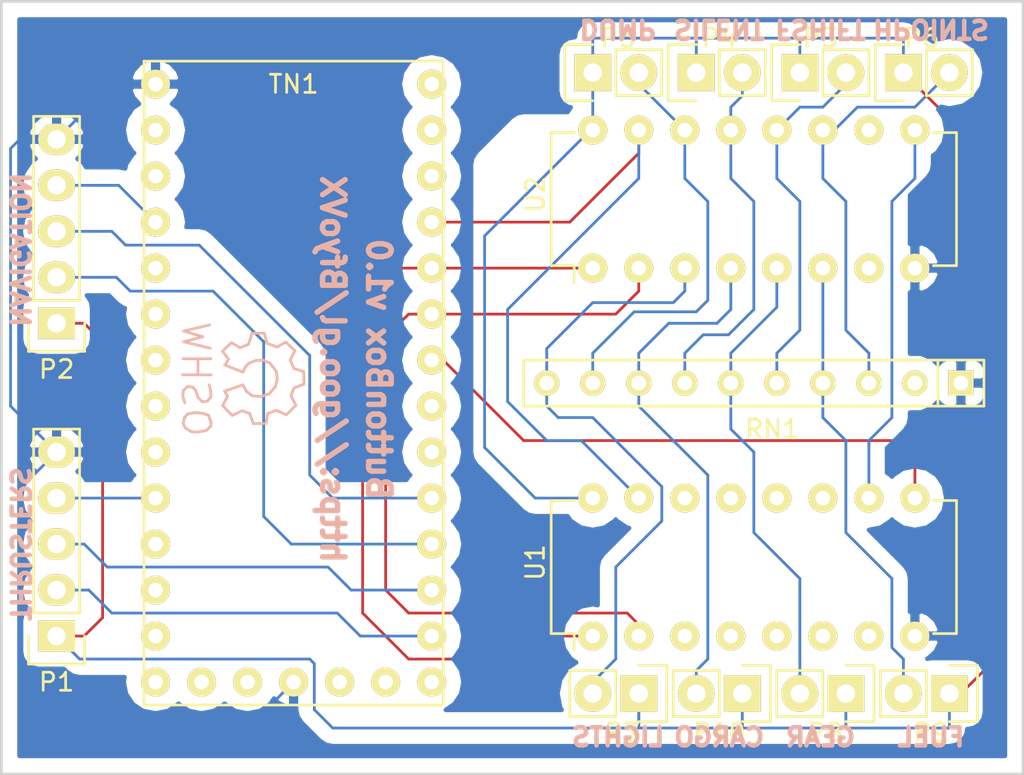
<source format=kicad_pcb>
(kicad_pcb (version 4) (host pcbnew "(2015-12-02 BZR 6341, Git dd06abf)-product")

  (general
    (links 47)
    (no_connects 0)
    (area 69.520999 76.632999 126.059001 119.455001)
    (thickness 1.6002)
    (drawings 16)
    (tracks 201)
    (zones 0)
    (modules 15)
    (nets 22)
  )

  (page A4)
  (layers
    (0 Top signal)
    (31 Bottom signal)
    (36 B.SilkS user)
    (37 F.SilkS user)
    (38 B.Mask user)
    (39 F.Mask user)
    (44 Edge.Cuts user)
  )

  (setup
    (last_trace_width 0.1524)
    (trace_clearance 0.1524)
    (zone_clearance 0.8)
    (zone_45_only no)
    (trace_min 0.1524)
    (segment_width 0.2)
    (edge_width 0.15)
    (via_size 0.6858)
    (via_drill 0.3302)
    (via_min_size 0.6858)
    (via_min_drill 0.3302)
    (uvia_size 0.762)
    (uvia_drill 0.508)
    (uvias_allowed no)
    (uvia_min_size 0)
    (uvia_min_drill 0)
    (pcb_text_width 0.3)
    (pcb_text_size 1.5 1.5)
    (mod_edge_width 0.15)
    (mod_text_size 1 1)
    (mod_text_width 0.15)
    (pad_size 1.524 1.524)
    (pad_drill 0.762)
    (pad_to_mask_clearance 0.2)
    (aux_axis_origin 0 0)
    (visible_elements 7FFFFFFF)
    (pcbplotparams
      (layerselection 0x010f0_80000001)
      (usegerberextensions true)
      (excludeedgelayer true)
      (linewidth 0.100000)
      (plotframeref false)
      (viasonmask false)
      (mode 1)
      (useauxorigin false)
      (hpglpennumber 1)
      (hpglpenspeed 20)
      (hpglpendiameter 15)
      (hpglpenoverlay 2)
      (psnegative false)
      (psa4output false)
      (plotreference true)
      (plotvalue true)
      (plotinvisibletext false)
      (padsonsilk false)
      (subtractmaskfromsilk false)
      (outputformat 1)
      (mirror false)
      (drillshape 0)
      (scaleselection 1)
      (outputdirectory Gerbers/))
  )

  (net 0 "")
  (net 1 VCC)
  (net 2 /THRUST_X)
  (net 3 /THRUST_Y)
  (net 4 /SW_THRUSTCLICK)
  (net 5 GND)
  (net 6 /NAV_X)
  (net 7 /NAV_Y)
  (net 8 /SW_NAVCLICK)
  (net 9 /SW_SHIFT)
  (net 10 /SW_LIGHTS)
  (net 11 /SW_SILENT)
  (net 12 /SW_LANDING)
  (net 13 /SW_DUMP)
  (net 14 /SW_FUEL)
  (net 15 /SW_DEPLOY)
  (net 16 /SW_CARGO)
  (net 17 /data)
  (net 18 /load)
  (net 19 /clock)
  (net 20 /clockEn)
  (net 21 "Net-(U1-Pad10)")

  (net_class Default "This is the default net class."
    (clearance 0.1524)
    (trace_width 0.1524)
    (via_dia 0.6858)
    (via_drill 0.3302)
    (uvia_dia 0.762)
    (uvia_drill 0.508)
    (add_net /NAV_X)
    (add_net /NAV_Y)
    (add_net /SW_CARGO)
    (add_net /SW_DEPLOY)
    (add_net /SW_DUMP)
    (add_net /SW_FUEL)
    (add_net /SW_LANDING)
    (add_net /SW_LIGHTS)
    (add_net /SW_NAVCLICK)
    (add_net /SW_SHIFT)
    (add_net /SW_SILENT)
    (add_net /SW_THRUSTCLICK)
    (add_net /THRUST_X)
    (add_net /THRUST_Y)
    (add_net /clock)
    (add_net /clockEn)
    (add_net /data)
    (add_net /load)
    (add_net GND)
    (add_net "Net-(U1-Pad10)")
    (add_net VCC)
  )

  (module Cylindric:Teensy (layer Top) (tedit 567F1AFC) (tstamp 567EFF2E)
    (at 78.105 81.28)
    (descr Teensy)
    (tags teensy)
    (path /567CD1BF)
    (fp_text reference TN1 (at 7.62 0) (layer F.SilkS)
      (effects (font (size 1 1) (thickness 0.15)))
    )
    (fp_text value Teensy3.2 (at 7.62 1.905) (layer F.Fab)
      (effects (font (size 1 1) (thickness 0.15)))
    )
    (fp_line (start -0.635 34.29) (end 15.875 34.29) (layer F.SilkS) (width 0.15))
    (fp_line (start 15.875 34.29) (end 15.875 -1.27) (layer F.SilkS) (width 0.15))
    (fp_line (start 15.875 -1.27) (end -0.635 -1.27) (layer F.SilkS) (width 0.15))
    (fp_line (start -0.635 -1.27) (end -0.635 34.29) (layer F.SilkS) (width 0.15))
    (fp_line (start -1.05 -2.45) (end -1.05 35.5) (layer F.CrtYd) (width 0.05))
    (fp_line (start 16.3 -2.45) (end 16.3 35.5) (layer F.CrtYd) (width 0.05))
    (fp_line (start -1.05 -2.45) (end 16.3 -2.45) (layer F.CrtYd) (width 0.05))
    (fp_line (start -1.05 35.5) (end 16.3 35.5) (layer F.CrtYd) (width 0.05))
    (pad E thru_hole oval (at 12.7 33.02) (size 1.6 1.6) (drill 0.8) (layers *.Cu *.Mask F.SilkS))
    (pad C thru_hole oval (at 7.62 33.02) (size 1.6 1.6) (drill 0.8) (layers *.Cu *.Mask F.SilkS)
      (net 5 GND))
    (pad D thru_hole oval (at 10.16 33.02) (size 1.6 1.6) (drill 0.8) (layers *.Cu *.Mask F.SilkS))
    (pad B thru_hole oval (at 5.08 33.02) (size 1.6 1.6) (drill 0.8) (layers *.Cu *.Mask F.SilkS))
    (pad 14 thru_hole oval (at 0 33.02) (size 1.6 1.6) (drill 0.8) (layers *.Cu *.Mask F.SilkS))
    (pad 1 thru_hole oval (at 0 0) (size 1.6 1.6) (drill 0.8) (layers *.Cu *.Mask F.SilkS)
      (net 5 GND))
    (pad 2 thru_hole oval (at 0 2.54) (size 1.6 1.6) (drill 0.8) (layers *.Cu *.Mask F.SilkS))
    (pad 3 thru_hole oval (at 0 5.08) (size 1.6 1.6) (drill 0.8) (layers *.Cu *.Mask F.SilkS))
    (pad 4 thru_hole oval (at 0 7.62) (size 1.6 1.6) (drill 0.8) (layers *.Cu *.Mask F.SilkS)
      (net 8 /SW_NAVCLICK))
    (pad 5 thru_hole oval (at 0 10.16) (size 1.6 1.6) (drill 0.8) (layers *.Cu *.Mask F.SilkS))
    (pad 6 thru_hole oval (at 0 12.7) (size 1.6 1.6) (drill 0.8) (layers *.Cu *.Mask F.SilkS))
    (pad 7 thru_hole oval (at 0 15.24) (size 1.6 1.6) (drill 0.8) (layers *.Cu *.Mask F.SilkS))
    (pad 8 thru_hole oval (at 0 17.78) (size 1.6 1.6) (drill 0.8) (layers *.Cu *.Mask F.SilkS))
    (pad 9 thru_hole oval (at 0 20.32) (size 1.6 1.6) (drill 0.8) (layers *.Cu *.Mask F.SilkS))
    (pad 10 thru_hole oval (at 0 22.86) (size 1.6 1.6) (drill 0.8) (layers *.Cu *.Mask F.SilkS)
      (net 4 /SW_THRUSTCLICK))
    (pad 11 thru_hole oval (at 0 25.4) (size 1.6 1.6) (drill 0.8) (layers *.Cu *.Mask F.SilkS))
    (pad 12 thru_hole oval (at 0 27.94) (size 1.6 1.6) (drill 0.8) (layers *.Cu *.Mask F.SilkS))
    (pad 13 thru_hole oval (at 0 30.48) (size 1.6 1.6) (drill 0.8) (layers *.Cu *.Mask F.SilkS))
    (pad A thru_hole oval (at 2.54 33.02) (size 1.6 1.6) (drill 0.8) (layers *.Cu *.Mask F.SilkS))
    (pad 15 thru_hole oval (at 15.24 33.02) (size 1.6 1.6) (drill 0.8) (layers *.Cu *.Mask F.SilkS))
    (pad 16 thru_hole oval (at 15.24 30.48) (size 1.6 1.6) (drill 0.8) (layers *.Cu *.Mask F.SilkS)
      (net 2 /THRUST_X))
    (pad 17 thru_hole oval (at 15.24 27.94) (size 1.6 1.6) (drill 0.8) (layers *.Cu *.Mask F.SilkS)
      (net 3 /THRUST_Y))
    (pad 18 thru_hole oval (at 15.24 25.4) (size 1.6 1.6) (drill 0.8) (layers *.Cu *.Mask F.SilkS)
      (net 6 /NAV_X))
    (pad 19 thru_hole oval (at 15.24 22.86) (size 1.6 1.6) (drill 0.8) (layers *.Cu *.Mask F.SilkS)
      (net 7 /NAV_Y))
    (pad 20 thru_hole oval (at 15.24 20.32) (size 1.6 1.6) (drill 0.8) (layers *.Cu *.Mask F.SilkS))
    (pad 21 thru_hole oval (at 15.24 17.78) (size 1.6 1.6) (drill 0.8) (layers *.Cu *.Mask F.SilkS))
    (pad 22 thru_hole oval (at 15.24 15.24) (size 1.6 1.6) (drill 0.8) (layers *.Cu *.Mask F.SilkS)
      (net 17 /data))
    (pad 23 thru_hole oval (at 15.24 12.7) (size 1.6 1.6) (drill 0.8) (layers *.Cu *.Mask F.SilkS)
      (net 19 /clock))
    (pad 24 thru_hole oval (at 15.24 10.16) (size 1.6 1.6) (drill 0.8) (layers *.Cu *.Mask F.SilkS)
      (net 18 /load))
    (pad 25 thru_hole oval (at 15.24 7.62) (size 1.6 1.6) (drill 0.8) (layers *.Cu *.Mask F.SilkS)
      (net 20 /clockEn))
    (pad 26 thru_hole oval (at 15.24 5.08) (size 1.6 1.6) (drill 0.8) (layers *.Cu *.Mask F.SilkS))
    (pad 27 thru_hole oval (at 15.24 2.54) (size 1.6 1.6) (drill 0.8) (layers *.Cu *.Mask F.SilkS))
    (pad 28 thru_hole oval (at 15.24 0) (size 1.6 1.6) (drill 0.8) (layers *.Cu *.Mask F.SilkS))
    (model Housings_DIP.3dshapes/DIP-28_W15.24mm.wrl
      (at (xyz 0 0 0))
      (scale (xyz 1 1 1))
      (rotate (xyz 0 0 0))
    )
  )

  (module Resistors_ThroughHole:Resistor_Array_SIP9 (layer Top) (tedit 56803883) (tstamp 567F0A09)
    (at 111.125 97.79 180)
    (descr "Connecteur 10 pins")
    (tags "CONN DEV")
    (path /567C6DF8)
    (fp_text reference RN1 (at -1.016 -2.54 180) (layer F.SilkS)
      (effects (font (size 1 1) (thickness 0.15)))
    )
    (fp_text value 220 (at 13.589 0 270) (layer F.Fab)
      (effects (font (size 1 1) (thickness 0.15)))
    )
    (fp_line (start -12.7 1.27) (end -12.7 -1.27) (layer F.SilkS) (width 0.15))
    (fp_line (start -12.7 -1.27) (end 12.7 -1.27) (layer F.SilkS) (width 0.15))
    (fp_line (start 12.7 -1.27) (end 12.7 1.27) (layer F.SilkS) (width 0.15))
    (fp_line (start 12.7 1.27) (end -12.7 1.27) (layer F.SilkS) (width 0.15))
    (fp_line (start -10.16 1.27) (end -10.16 -1.27) (layer F.SilkS) (width 0.15))
    (pad 1 thru_hole rect (at -11.43 0 180) (size 1.397 1.397) (drill 0.8128) (layers *.Cu *.Mask F.SilkS)
      (net 5 GND))
    (pad 2 thru_hole circle (at -8.89 0 180) (size 1.397 1.397) (drill 0.8128) (layers *.Cu *.Mask F.SilkS))
    (pad 3 thru_hole circle (at -6.35 0 180) (size 1.397 1.397) (drill 0.8128) (layers *.Cu *.Mask F.SilkS)
      (net 15 /SW_DEPLOY))
    (pad 4 thru_hole circle (at -3.81 0 180) (size 1.397 1.397) (drill 0.8128) (layers *.Cu *.Mask F.SilkS)
      (net 14 /SW_FUEL))
    (pad 5 thru_hole circle (at -1.27 0 180) (size 1.397 1.397) (drill 0.8128) (layers *.Cu *.Mask F.SilkS)
      (net 9 /SW_SHIFT))
    (pad 6 thru_hole circle (at 1.27 0 180) (size 1.397 1.397) (drill 0.8128) (layers *.Cu *.Mask F.SilkS)
      (net 12 /SW_LANDING))
    (pad 7 thru_hole circle (at 3.81 0 180) (size 1.397 1.397) (drill 0.8128) (layers *.Cu *.Mask F.SilkS)
      (net 11 /SW_SILENT))
    (pad 8 thru_hole circle (at 6.35 0 180) (size 1.397 1.397) (drill 0.8128) (layers *.Cu *.Mask F.SilkS)
      (net 16 /SW_CARGO))
    (pad 9 thru_hole circle (at 8.89 0 180) (size 1.397 1.397) (drill 0.8128) (layers *.Cu *.Mask F.SilkS)
      (net 13 /SW_DUMP))
    (pad 10 thru_hole circle (at 11.43 0 180) (size 1.397 1.397) (drill 0.8128) (layers *.Cu *.Mask F.SilkS)
      (net 10 /SW_LIGHTS))
    (model Resistors_ThroughHole.3dshapes/Resistor_Array_SIP9.wrl
      (at (xyz 0 0 0))
      (scale (xyz 1 1 1))
      (rotate (xyz 0 0 0))
    )
  )

  (module Housings_DIP:DIP-16_W7.62mm (layer Top) (tedit 56803878) (tstamp 567EFF56)
    (at 102.235 91.44 90)
    (descr "16-lead dip package, row spacing 7.62 mm (300 mils)")
    (tags "dil dip 2.54 300")
    (path /567B3AF2)
    (fp_text reference U2 (at 4.064 -3.175 90) (layer F.SilkS)
      (effects (font (size 1 1) (thickness 0.15)))
    )
    (fp_text value 74HC165 (at 3.556 21.209 90) (layer F.Fab)
      (effects (font (size 1 1) (thickness 0.15)))
    )
    (fp_line (start -1.05 -2.45) (end -1.05 20.25) (layer F.CrtYd) (width 0.05))
    (fp_line (start 8.65 -2.45) (end 8.65 20.25) (layer F.CrtYd) (width 0.05))
    (fp_line (start -1.05 -2.45) (end 8.65 -2.45) (layer F.CrtYd) (width 0.05))
    (fp_line (start -1.05 20.25) (end 8.65 20.25) (layer F.CrtYd) (width 0.05))
    (fp_line (start 0.135 -2.295) (end 0.135 -1.025) (layer F.SilkS) (width 0.15))
    (fp_line (start 7.485 -2.295) (end 7.485 -1.025) (layer F.SilkS) (width 0.15))
    (fp_line (start 7.485 20.075) (end 7.485 18.805) (layer F.SilkS) (width 0.15))
    (fp_line (start 0.135 20.075) (end 0.135 18.805) (layer F.SilkS) (width 0.15))
    (fp_line (start 0.135 -2.295) (end 7.485 -2.295) (layer F.SilkS) (width 0.15))
    (fp_line (start 0.135 20.075) (end 7.485 20.075) (layer F.SilkS) (width 0.15))
    (fp_line (start 0.135 -1.025) (end -0.8 -1.025) (layer F.SilkS) (width 0.15))
    (pad 1 thru_hole oval (at 0 0 90) (size 1.6 1.6) (drill 0.8) (layers *.Cu *.Mask F.SilkS)
      (net 18 /load))
    (pad 2 thru_hole oval (at 0 2.54 90) (size 1.6 1.6) (drill 0.8) (layers *.Cu *.Mask F.SilkS)
      (net 19 /clock))
    (pad 3 thru_hole oval (at 0 5.08 90) (size 1.6 1.6) (drill 0.8) (layers *.Cu *.Mask F.SilkS)
      (net 10 /SW_LIGHTS))
    (pad 4 thru_hole oval (at 0 7.62 90) (size 1.6 1.6) (drill 0.8) (layers *.Cu *.Mask F.SilkS)
      (net 16 /SW_CARGO))
    (pad 5 thru_hole oval (at 0 10.16 90) (size 1.6 1.6) (drill 0.8) (layers *.Cu *.Mask F.SilkS)
      (net 12 /SW_LANDING))
    (pad 6 thru_hole oval (at 0 12.7 90) (size 1.6 1.6) (drill 0.8) (layers *.Cu *.Mask F.SilkS)
      (net 14 /SW_FUEL))
    (pad 7 thru_hole oval (at 0 15.24 90) (size 1.6 1.6) (drill 0.8) (layers *.Cu *.Mask F.SilkS))
    (pad 8 thru_hole oval (at 0 17.78 90) (size 1.6 1.6) (drill 0.8) (layers *.Cu *.Mask F.SilkS)
      (net 5 GND))
    (pad 9 thru_hole oval (at 7.62 17.78 90) (size 1.6 1.6) (drill 0.8) (layers *.Cu *.Mask F.SilkS)
      (net 21 "Net-(U1-Pad10)"))
    (pad 10 thru_hole oval (at 7.62 15.24 90) (size 1.6 1.6) (drill 0.8) (layers *.Cu *.Mask F.SilkS))
    (pad 11 thru_hole oval (at 7.62 12.7 90) (size 1.6 1.6) (drill 0.8) (layers *.Cu *.Mask F.SilkS)
      (net 15 /SW_DEPLOY))
    (pad 12 thru_hole oval (at 7.62 10.16 90) (size 1.6 1.6) (drill 0.8) (layers *.Cu *.Mask F.SilkS)
      (net 9 /SW_SHIFT))
    (pad 13 thru_hole oval (at 7.62 7.62 90) (size 1.6 1.6) (drill 0.8) (layers *.Cu *.Mask F.SilkS)
      (net 11 /SW_SILENT))
    (pad 14 thru_hole oval (at 7.62 5.08 90) (size 1.6 1.6) (drill 0.8) (layers *.Cu *.Mask F.SilkS)
      (net 13 /SW_DUMP))
    (pad 15 thru_hole oval (at 7.62 2.54 90) (size 1.6 1.6) (drill 0.8) (layers *.Cu *.Mask F.SilkS)
      (net 20 /clockEn))
    (pad 16 thru_hole oval (at 7.62 0 90) (size 1.6 1.6) (drill 0.8) (layers *.Cu *.Mask F.SilkS)
      (net 1 VCC))
    (model Housings_DIP.3dshapes/DIP-16_W7.62mm.wrl
      (at (xyz 0 0 0))
      (scale (xyz 1 1 1))
      (rotate (xyz 0 0 0))
    )
  )

  (module Housings_DIP:DIP-16_W7.62mm (layer Top) (tedit 56803871) (tstamp 567EFF42)
    (at 102.235 111.76 90)
    (descr "16-lead dip package, row spacing 7.62 mm (300 mils)")
    (tags "dil dip 2.54 300")
    (path /567B3168)
    (fp_text reference U1 (at 4.064 -3.175 90) (layer F.SilkS)
      (effects (font (size 1 1) (thickness 0.15)))
    )
    (fp_text value 74HC165 (at 3.556 21.209 90) (layer F.Fab)
      (effects (font (size 1 1) (thickness 0.15)))
    )
    (fp_line (start -1.05 -2.45) (end -1.05 20.25) (layer F.CrtYd) (width 0.05))
    (fp_line (start 8.65 -2.45) (end 8.65 20.25) (layer F.CrtYd) (width 0.05))
    (fp_line (start -1.05 -2.45) (end 8.65 -2.45) (layer F.CrtYd) (width 0.05))
    (fp_line (start -1.05 20.25) (end 8.65 20.25) (layer F.CrtYd) (width 0.05))
    (fp_line (start 0.135 -2.295) (end 0.135 -1.025) (layer F.SilkS) (width 0.15))
    (fp_line (start 7.485 -2.295) (end 7.485 -1.025) (layer F.SilkS) (width 0.15))
    (fp_line (start 7.485 20.075) (end 7.485 18.805) (layer F.SilkS) (width 0.15))
    (fp_line (start 0.135 20.075) (end 0.135 18.805) (layer F.SilkS) (width 0.15))
    (fp_line (start 0.135 -2.295) (end 7.485 -2.295) (layer F.SilkS) (width 0.15))
    (fp_line (start 0.135 20.075) (end 7.485 20.075) (layer F.SilkS) (width 0.15))
    (fp_line (start 0.135 -1.025) (end -0.8 -1.025) (layer F.SilkS) (width 0.15))
    (pad 1 thru_hole oval (at 0 0 90) (size 1.6 1.6) (drill 0.8) (layers *.Cu *.Mask F.SilkS)
      (net 18 /load))
    (pad 2 thru_hole oval (at 0 2.54 90) (size 1.6 1.6) (drill 0.8) (layers *.Cu *.Mask F.SilkS)
      (net 19 /clock))
    (pad 3 thru_hole oval (at 0 5.08 90) (size 1.6 1.6) (drill 0.8) (layers *.Cu *.Mask F.SilkS))
    (pad 4 thru_hole oval (at 0 7.62 90) (size 1.6 1.6) (drill 0.8) (layers *.Cu *.Mask F.SilkS))
    (pad 5 thru_hole oval (at 0 10.16 90) (size 1.6 1.6) (drill 0.8) (layers *.Cu *.Mask F.SilkS))
    (pad 6 thru_hole oval (at 0 12.7 90) (size 1.6 1.6) (drill 0.8) (layers *.Cu *.Mask F.SilkS))
    (pad 7 thru_hole oval (at 0 15.24 90) (size 1.6 1.6) (drill 0.8) (layers *.Cu *.Mask F.SilkS))
    (pad 8 thru_hole oval (at 0 17.78 90) (size 1.6 1.6) (drill 0.8) (layers *.Cu *.Mask F.SilkS)
      (net 5 GND))
    (pad 9 thru_hole oval (at 7.62 17.78 90) (size 1.6 1.6) (drill 0.8) (layers *.Cu *.Mask F.SilkS)
      (net 17 /data))
    (pad 10 thru_hole oval (at 7.62 15.24 90) (size 1.6 1.6) (drill 0.8) (layers *.Cu *.Mask F.SilkS)
      (net 21 "Net-(U1-Pad10)"))
    (pad 11 thru_hole oval (at 7.62 12.7 90) (size 1.6 1.6) (drill 0.8) (layers *.Cu *.Mask F.SilkS))
    (pad 12 thru_hole oval (at 7.62 10.16 90) (size 1.6 1.6) (drill 0.8) (layers *.Cu *.Mask F.SilkS))
    (pad 13 thru_hole oval (at 7.62 7.62 90) (size 1.6 1.6) (drill 0.8) (layers *.Cu *.Mask F.SilkS))
    (pad 14 thru_hole oval (at 7.62 5.08 90) (size 1.6 1.6) (drill 0.8) (layers *.Cu *.Mask F.SilkS))
    (pad 15 thru_hole oval (at 7.62 2.54 90) (size 1.6 1.6) (drill 0.8) (layers *.Cu *.Mask F.SilkS)
      (net 20 /clockEn))
    (pad 16 thru_hole oval (at 7.62 0 90) (size 1.6 1.6) (drill 0.8) (layers *.Cu *.Mask F.SilkS)
      (net 1 VCC))
    (model Housings_DIP.3dshapes/DIP-16_W7.62mm.wrl
      (at (xyz 0 0 0))
      (scale (xyz 1 1 1))
      (rotate (xyz 0 0 0))
    )
  )

  (module Symbols:Symbol_OSHW-Logo_SilkScreen (layer Bottom) (tedit 567F2E39) (tstamp 567F2E01)
    (at 83.82 97.536 90)
    (descr "Symbol, OSHW-Logo, Silk Screen,")
    (tags "Symbol, OSHW-Logo, Silk Screen,")
    (fp_text reference REF** (at 0.09906 4.38912 90) (layer B.SilkS) hide
      (effects (font (size 1 1) (thickness 0.15)) (justify mirror))
    )
    (fp_text value Symbol_OSHW-Logo_SilkScreen (at 0.30988 -6.56082 90) (layer B.Fab)
      (effects (font (size 1 1) (thickness 0.15)) (justify mirror))
    )
    (fp_line (start 1.66878 -2.68986) (end 2.02946 -4.16052) (layer B.SilkS) (width 0.15))
    (fp_line (start 2.02946 -4.16052) (end 2.30886 -3.0988) (layer B.SilkS) (width 0.15))
    (fp_line (start 2.30886 -3.0988) (end 2.61874 -4.17068) (layer B.SilkS) (width 0.15))
    (fp_line (start 2.61874 -4.17068) (end 2.9591 -2.72034) (layer B.SilkS) (width 0.15))
    (fp_line (start 0.24892 -3.38074) (end 1.03886 -3.37058) (layer B.SilkS) (width 0.15))
    (fp_line (start 1.03886 -3.37058) (end 1.04902 -3.38074) (layer B.SilkS) (width 0.15))
    (fp_line (start 1.04902 -3.38074) (end 1.04902 -3.37058) (layer B.SilkS) (width 0.15))
    (fp_line (start 1.08966 -2.65938) (end 1.08966 -4.20116) (layer B.SilkS) (width 0.15))
    (fp_line (start 0.20066 -2.64922) (end 0.20066 -4.21894) (layer B.SilkS) (width 0.15))
    (fp_line (start 0.20066 -4.21894) (end 0.21082 -4.20878) (layer B.SilkS) (width 0.15))
    (fp_line (start -0.35052 -2.75082) (end -0.70104 -2.66954) (layer B.SilkS) (width 0.15))
    (fp_line (start -0.70104 -2.66954) (end -1.02108 -2.65938) (layer B.SilkS) (width 0.15))
    (fp_line (start -1.02108 -2.65938) (end -1.25984 -2.86004) (layer B.SilkS) (width 0.15))
    (fp_line (start -1.25984 -2.86004) (end -1.29032 -3.12928) (layer B.SilkS) (width 0.15))
    (fp_line (start -1.29032 -3.12928) (end -1.04902 -3.37058) (layer B.SilkS) (width 0.15))
    (fp_line (start -1.04902 -3.37058) (end -0.6604 -3.50012) (layer B.SilkS) (width 0.15))
    (fp_line (start -0.6604 -3.50012) (end -0.48006 -3.66014) (layer B.SilkS) (width 0.15))
    (fp_line (start -0.48006 -3.66014) (end -0.43942 -3.95986) (layer B.SilkS) (width 0.15))
    (fp_line (start -0.43942 -3.95986) (end -0.67056 -4.18084) (layer B.SilkS) (width 0.15))
    (fp_line (start -0.67056 -4.18084) (end -0.9906 -4.20878) (layer B.SilkS) (width 0.15))
    (fp_line (start -0.9906 -4.20878) (end -1.34112 -4.09956) (layer B.SilkS) (width 0.15))
    (fp_line (start -2.37998 -2.64922) (end -2.6289 -2.66954) (layer B.SilkS) (width 0.15))
    (fp_line (start -2.6289 -2.66954) (end -2.8702 -2.91084) (layer B.SilkS) (width 0.15))
    (fp_line (start -2.8702 -2.91084) (end -2.9591 -3.40106) (layer B.SilkS) (width 0.15))
    (fp_line (start -2.9591 -3.40106) (end -2.93116 -3.74904) (layer B.SilkS) (width 0.15))
    (fp_line (start -2.93116 -3.74904) (end -2.7305 -4.06908) (layer B.SilkS) (width 0.15))
    (fp_line (start -2.7305 -4.06908) (end -2.47904 -4.191) (layer B.SilkS) (width 0.15))
    (fp_line (start -2.47904 -4.191) (end -2.16916 -4.11988) (layer B.SilkS) (width 0.15))
    (fp_line (start -2.16916 -4.11988) (end -1.95072 -3.93954) (layer B.SilkS) (width 0.15))
    (fp_line (start -1.95072 -3.93954) (end -1.8796 -3.4798) (layer B.SilkS) (width 0.15))
    (fp_line (start -1.8796 -3.4798) (end -1.9304 -3.07086) (layer B.SilkS) (width 0.15))
    (fp_line (start -1.9304 -3.07086) (end -2.03962 -2.78892) (layer B.SilkS) (width 0.15))
    (fp_line (start -2.03962 -2.78892) (end -2.4003 -2.65938) (layer B.SilkS) (width 0.15))
    (fp_line (start -1.78054 -0.92964) (end -2.03962 -1.49098) (layer B.SilkS) (width 0.15))
    (fp_line (start -2.03962 -1.49098) (end -1.50114 -2.00914) (layer B.SilkS) (width 0.15))
    (fp_line (start -1.50114 -2.00914) (end -0.98044 -1.7399) (layer B.SilkS) (width 0.15))
    (fp_line (start -0.98044 -1.7399) (end -0.70104 -1.89992) (layer B.SilkS) (width 0.15))
    (fp_line (start 0.73914 -1.8796) (end 1.06934 -1.6891) (layer B.SilkS) (width 0.15))
    (fp_line (start 1.06934 -1.6891) (end 1.50876 -2.0193) (layer B.SilkS) (width 0.15))
    (fp_line (start 1.50876 -2.0193) (end 1.9812 -1.52908) (layer B.SilkS) (width 0.15))
    (fp_line (start 1.9812 -1.52908) (end 1.69926 -1.04902) (layer B.SilkS) (width 0.15))
    (fp_line (start 1.69926 -1.04902) (end 1.88976 -0.57912) (layer B.SilkS) (width 0.15))
    (fp_line (start 1.88976 -0.57912) (end 2.49936 -0.39116) (layer B.SilkS) (width 0.15))
    (fp_line (start 2.49936 -0.39116) (end 2.49936 0.28956) (layer B.SilkS) (width 0.15))
    (fp_line (start 2.49936 0.28956) (end 1.94056 0.42926) (layer B.SilkS) (width 0.15))
    (fp_line (start 1.94056 0.42926) (end 1.7399 1.00076) (layer B.SilkS) (width 0.15))
    (fp_line (start 1.7399 1.00076) (end 2.00914 1.47066) (layer B.SilkS) (width 0.15))
    (fp_line (start 2.00914 1.47066) (end 1.53924 1.9812) (layer B.SilkS) (width 0.15))
    (fp_line (start 1.53924 1.9812) (end 1.02108 1.71958) (layer B.SilkS) (width 0.15))
    (fp_line (start 1.02108 1.71958) (end 0.55118 1.92024) (layer B.SilkS) (width 0.15))
    (fp_line (start 0.55118 1.92024) (end 0.381 2.46126) (layer B.SilkS) (width 0.15))
    (fp_line (start 0.381 2.46126) (end -0.30988 2.47904) (layer B.SilkS) (width 0.15))
    (fp_line (start -0.30988 2.47904) (end -0.5207 1.9304) (layer B.SilkS) (width 0.15))
    (fp_line (start -0.5207 1.9304) (end -0.9398 1.76022) (layer B.SilkS) (width 0.15))
    (fp_line (start -0.9398 1.76022) (end -1.49098 2.02946) (layer B.SilkS) (width 0.15))
    (fp_line (start -1.49098 2.02946) (end -2.00914 1.50114) (layer B.SilkS) (width 0.15))
    (fp_line (start -2.00914 1.50114) (end -1.76022 0.96012) (layer B.SilkS) (width 0.15))
    (fp_line (start -1.76022 0.96012) (end -1.9304 0.48006) (layer B.SilkS) (width 0.15))
    (fp_line (start -1.9304 0.48006) (end -2.47904 0.381) (layer B.SilkS) (width 0.15))
    (fp_line (start -2.47904 0.381) (end -2.4892 -0.32004) (layer B.SilkS) (width 0.15))
    (fp_line (start -2.4892 -0.32004) (end -1.9304 -0.5207) (layer B.SilkS) (width 0.15))
    (fp_line (start -1.9304 -0.5207) (end -1.7907 -0.91948) (layer B.SilkS) (width 0.15))
    (fp_line (start 0.35052 -0.89916) (end 0.65024 -0.7493) (layer B.SilkS) (width 0.15))
    (fp_line (start 0.65024 -0.7493) (end 0.8509 -0.55118) (layer B.SilkS) (width 0.15))
    (fp_line (start 0.8509 -0.55118) (end 1.00076 -0.14986) (layer B.SilkS) (width 0.15))
    (fp_line (start 1.00076 -0.14986) (end 1.00076 0.24892) (layer B.SilkS) (width 0.15))
    (fp_line (start 1.00076 0.24892) (end 0.8509 0.59944) (layer B.SilkS) (width 0.15))
    (fp_line (start 0.8509 0.59944) (end 0.39878 0.94996) (layer B.SilkS) (width 0.15))
    (fp_line (start 0.39878 0.94996) (end -0.0508 1.00076) (layer B.SilkS) (width 0.15))
    (fp_line (start -0.0508 1.00076) (end -0.44958 0.89916) (layer B.SilkS) (width 0.15))
    (fp_line (start -0.44958 0.89916) (end -0.8509 0.55118) (layer B.SilkS) (width 0.15))
    (fp_line (start -0.8509 0.55118) (end -1.00076 0.09906) (layer B.SilkS) (width 0.15))
    (fp_line (start -1.00076 0.09906) (end -0.94996 -0.39878) (layer B.SilkS) (width 0.15))
    (fp_line (start -0.94996 -0.39878) (end -0.70104 -0.70104) (layer B.SilkS) (width 0.15))
    (fp_line (start -0.70104 -0.70104) (end -0.35052 -0.89916) (layer B.SilkS) (width 0.15))
    (fp_line (start -0.35052 -0.89916) (end -0.70104 -1.89992) (layer B.SilkS) (width 0.15))
    (fp_line (start 0.35052 -0.89916) (end 0.7493 -1.89992) (layer B.SilkS) (width 0.15))
  )

  (module Pin_Headers:Pin_Header_Straight_1x05 (layer Top) (tedit 56803A32) (tstamp 56803860)
    (at 72.644 111.76 180)
    (descr "Through hole pin header")
    (tags "pin header")
    (path /567B326D)
    (fp_text reference P1 (at 0 -2.54 180) (layer F.SilkS)
      (effects (font (size 1 1) (thickness 0.15)))
    )
    (fp_text value JOY_THRUST (at -2.286 5.08 270) (layer F.Fab)
      (effects (font (size 1 1) (thickness 0.15)))
    )
    (fp_line (start -1.55 0) (end -1.55 -1.55) (layer F.SilkS) (width 0.15))
    (fp_line (start -1.55 -1.55) (end 1.55 -1.55) (layer F.SilkS) (width 0.15))
    (fp_line (start 1.55 -1.55) (end 1.55 0) (layer F.SilkS) (width 0.15))
    (fp_line (start -1.75 -1.75) (end -1.75 11.95) (layer F.CrtYd) (width 0.05))
    (fp_line (start 1.75 -1.75) (end 1.75 11.95) (layer F.CrtYd) (width 0.05))
    (fp_line (start -1.75 -1.75) (end 1.75 -1.75) (layer F.CrtYd) (width 0.05))
    (fp_line (start -1.75 11.95) (end 1.75 11.95) (layer F.CrtYd) (width 0.05))
    (fp_line (start 1.27 1.27) (end 1.27 11.43) (layer F.SilkS) (width 0.15))
    (fp_line (start 1.27 11.43) (end -1.27 11.43) (layer F.SilkS) (width 0.15))
    (fp_line (start -1.27 11.43) (end -1.27 1.27) (layer F.SilkS) (width 0.15))
    (fp_line (start 1.27 1.27) (end -1.27 1.27) (layer F.SilkS) (width 0.15))
    (pad 1 thru_hole rect (at 0 0 180) (size 2.032 1.7272) (drill 1.016) (layers *.Cu *.Mask F.SilkS)
      (net 1 VCC))
    (pad 2 thru_hole oval (at 0 2.54 180) (size 2.032 1.7272) (drill 1.016) (layers *.Cu *.Mask F.SilkS)
      (net 2 /THRUST_X))
    (pad 3 thru_hole oval (at 0 5.08 180) (size 2.032 1.7272) (drill 1.016) (layers *.Cu *.Mask F.SilkS)
      (net 3 /THRUST_Y))
    (pad 4 thru_hole oval (at 0 7.62 180) (size 2.032 1.7272) (drill 1.016) (layers *.Cu *.Mask F.SilkS)
      (net 4 /SW_THRUSTCLICK))
    (pad 5 thru_hole oval (at 0 10.16 180) (size 2.032 1.7272) (drill 1.016) (layers *.Cu *.Mask F.SilkS)
      (net 5 GND))
    (model Pin_Headers.3dshapes/Pin_Header_Straight_1x05.wrl
      (at (xyz 0 -0.2 0))
      (scale (xyz 1 1 1))
      (rotate (xyz 0 0 90))
    )
  )

  (module Pin_Headers:Pin_Header_Straight_1x05 (layer Top) (tedit 56803A2D) (tstamp 56803868)
    (at 72.644 94.488 180)
    (descr "Through hole pin header")
    (tags "pin header")
    (path /567B521F)
    (fp_text reference P2 (at 0 -2.54 180) (layer F.SilkS)
      (effects (font (size 1 1) (thickness 0.15)))
    )
    (fp_text value JOY_NAVI (at -2.032 5.588 270) (layer F.Fab)
      (effects (font (size 1 1) (thickness 0.15)))
    )
    (fp_line (start -1.55 0) (end -1.55 -1.55) (layer F.SilkS) (width 0.15))
    (fp_line (start -1.55 -1.55) (end 1.55 -1.55) (layer F.SilkS) (width 0.15))
    (fp_line (start 1.55 -1.55) (end 1.55 0) (layer F.SilkS) (width 0.15))
    (fp_line (start -1.75 -1.75) (end -1.75 11.95) (layer F.CrtYd) (width 0.05))
    (fp_line (start 1.75 -1.75) (end 1.75 11.95) (layer F.CrtYd) (width 0.05))
    (fp_line (start -1.75 -1.75) (end 1.75 -1.75) (layer F.CrtYd) (width 0.05))
    (fp_line (start -1.75 11.95) (end 1.75 11.95) (layer F.CrtYd) (width 0.05))
    (fp_line (start 1.27 1.27) (end 1.27 11.43) (layer F.SilkS) (width 0.15))
    (fp_line (start 1.27 11.43) (end -1.27 11.43) (layer F.SilkS) (width 0.15))
    (fp_line (start -1.27 11.43) (end -1.27 1.27) (layer F.SilkS) (width 0.15))
    (fp_line (start 1.27 1.27) (end -1.27 1.27) (layer F.SilkS) (width 0.15))
    (pad 1 thru_hole rect (at 0 0 180) (size 2.032 1.7272) (drill 1.016) (layers *.Cu *.Mask F.SilkS)
      (net 1 VCC))
    (pad 2 thru_hole oval (at 0 2.54 180) (size 2.032 1.7272) (drill 1.016) (layers *.Cu *.Mask F.SilkS)
      (net 6 /NAV_X))
    (pad 3 thru_hole oval (at 0 5.08 180) (size 2.032 1.7272) (drill 1.016) (layers *.Cu *.Mask F.SilkS)
      (net 7 /NAV_Y))
    (pad 4 thru_hole oval (at 0 7.62 180) (size 2.032 1.7272) (drill 1.016) (layers *.Cu *.Mask F.SilkS)
      (net 8 /SW_NAVCLICK))
    (pad 5 thru_hole oval (at 0 10.16 180) (size 2.032 1.7272) (drill 1.016) (layers *.Cu *.Mask F.SilkS)
      (net 5 GND))
    (model Pin_Headers.3dshapes/Pin_Header_Straight_1x05.wrl
      (at (xyz 0 -0.2 0))
      (scale (xyz 1 1 1))
      (rotate (xyz 0 0 90))
    )
  )

  (module Pin_Headers:Pin_Header_Straight_1x02 (layer Top) (tedit 5680393D) (tstamp 56803870)
    (at 113.665 80.645 90)
    (descr "Through hole pin header")
    (tags "pin header")
    (path /567B4DA5)
    (fp_text reference P3 (at 1.905 1.143 180) (layer F.SilkS)
      (effects (font (size 1 1) (thickness 0.15)))
    )
    (fp_text value SW_FSHIFT (at -5.207 1.397 90) (layer F.Fab)
      (effects (font (size 1 1) (thickness 0.15)))
    )
    (fp_line (start 1.27 1.27) (end 1.27 3.81) (layer F.SilkS) (width 0.15))
    (fp_line (start 1.55 -1.55) (end 1.55 0) (layer F.SilkS) (width 0.15))
    (fp_line (start -1.75 -1.75) (end -1.75 4.3) (layer F.CrtYd) (width 0.05))
    (fp_line (start 1.75 -1.75) (end 1.75 4.3) (layer F.CrtYd) (width 0.05))
    (fp_line (start -1.75 -1.75) (end 1.75 -1.75) (layer F.CrtYd) (width 0.05))
    (fp_line (start -1.75 4.3) (end 1.75 4.3) (layer F.CrtYd) (width 0.05))
    (fp_line (start 1.27 1.27) (end -1.27 1.27) (layer F.SilkS) (width 0.15))
    (fp_line (start -1.55 0) (end -1.55 -1.55) (layer F.SilkS) (width 0.15))
    (fp_line (start -1.55 -1.55) (end 1.55 -1.55) (layer F.SilkS) (width 0.15))
    (fp_line (start -1.27 1.27) (end -1.27 3.81) (layer F.SilkS) (width 0.15))
    (fp_line (start -1.27 3.81) (end 1.27 3.81) (layer F.SilkS) (width 0.15))
    (pad 1 thru_hole rect (at 0 0 90) (size 2.032 2.032) (drill 1.016) (layers *.Cu *.Mask F.SilkS)
      (net 1 VCC))
    (pad 2 thru_hole oval (at 0 2.54 90) (size 2.032 2.032) (drill 1.016) (layers *.Cu *.Mask F.SilkS)
      (net 9 /SW_SHIFT))
    (model Pin_Headers.3dshapes/Pin_Header_Straight_1x02.wrl
      (at (xyz 0 -0.05 0))
      (scale (xyz 1 1 1))
      (rotate (xyz 0 0 90))
    )
  )

  (module Pin_Headers:Pin_Header_Straight_1x02 (layer Top) (tedit 5680397E) (tstamp 56803875)
    (at 107.95 80.645 90)
    (descr "Through hole pin header")
    (tags "pin header")
    (path /567B53D5)
    (fp_text reference P4 (at 1.905 1.27 180) (layer F.SilkS)
      (effects (font (size 1 1) (thickness 0.15)))
    )
    (fp_text value SW_SILENT (at -5.207 1.524 90) (layer F.Fab)
      (effects (font (size 1 1) (thickness 0.15)))
    )
    (fp_line (start 1.27 1.27) (end 1.27 3.81) (layer F.SilkS) (width 0.15))
    (fp_line (start 1.55 -1.55) (end 1.55 0) (layer F.SilkS) (width 0.15))
    (fp_line (start -1.75 -1.75) (end -1.75 4.3) (layer F.CrtYd) (width 0.05))
    (fp_line (start 1.75 -1.75) (end 1.75 4.3) (layer F.CrtYd) (width 0.05))
    (fp_line (start -1.75 -1.75) (end 1.75 -1.75) (layer F.CrtYd) (width 0.05))
    (fp_line (start -1.75 4.3) (end 1.75 4.3) (layer F.CrtYd) (width 0.05))
    (fp_line (start 1.27 1.27) (end -1.27 1.27) (layer F.SilkS) (width 0.15))
    (fp_line (start -1.55 0) (end -1.55 -1.55) (layer F.SilkS) (width 0.15))
    (fp_line (start -1.55 -1.55) (end 1.55 -1.55) (layer F.SilkS) (width 0.15))
    (fp_line (start -1.27 1.27) (end -1.27 3.81) (layer F.SilkS) (width 0.15))
    (fp_line (start -1.27 3.81) (end 1.27 3.81) (layer F.SilkS) (width 0.15))
    (pad 1 thru_hole rect (at 0 0 90) (size 2.032 2.032) (drill 1.016) (layers *.Cu *.Mask F.SilkS)
      (net 1 VCC))
    (pad 2 thru_hole oval (at 0 2.54 90) (size 2.032 2.032) (drill 1.016) (layers *.Cu *.Mask F.SilkS)
      (net 11 /SW_SILENT))
    (model Pin_Headers.3dshapes/Pin_Header_Straight_1x02.wrl
      (at (xyz 0 -0.05 0))
      (scale (xyz 1 1 1))
      (rotate (xyz 0 0 90))
    )
  )

  (module Pin_Headers:Pin_Header_Straight_1x02 (layer Top) (tedit 56803981) (tstamp 5680387A)
    (at 102.235 80.645 90)
    (descr "Through hole pin header")
    (tags "pin header")
    (path /567B544F)
    (fp_text reference P5 (at 1.905 1.397 180) (layer F.SilkS)
      (effects (font (size 1 1) (thickness 0.15)))
    )
    (fp_text value SW_DUMP (at -4.699 1.397 90) (layer F.Fab)
      (effects (font (size 1 1) (thickness 0.15)))
    )
    (fp_line (start 1.27 1.27) (end 1.27 3.81) (layer F.SilkS) (width 0.15))
    (fp_line (start 1.55 -1.55) (end 1.55 0) (layer F.SilkS) (width 0.15))
    (fp_line (start -1.75 -1.75) (end -1.75 4.3) (layer F.CrtYd) (width 0.05))
    (fp_line (start 1.75 -1.75) (end 1.75 4.3) (layer F.CrtYd) (width 0.05))
    (fp_line (start -1.75 -1.75) (end 1.75 -1.75) (layer F.CrtYd) (width 0.05))
    (fp_line (start -1.75 4.3) (end 1.75 4.3) (layer F.CrtYd) (width 0.05))
    (fp_line (start 1.27 1.27) (end -1.27 1.27) (layer F.SilkS) (width 0.15))
    (fp_line (start -1.55 0) (end -1.55 -1.55) (layer F.SilkS) (width 0.15))
    (fp_line (start -1.55 -1.55) (end 1.55 -1.55) (layer F.SilkS) (width 0.15))
    (fp_line (start -1.27 1.27) (end -1.27 3.81) (layer F.SilkS) (width 0.15))
    (fp_line (start -1.27 3.81) (end 1.27 3.81) (layer F.SilkS) (width 0.15))
    (pad 1 thru_hole rect (at 0 0 90) (size 2.032 2.032) (drill 1.016) (layers *.Cu *.Mask F.SilkS)
      (net 1 VCC))
    (pad 2 thru_hole oval (at 0 2.54 90) (size 2.032 2.032) (drill 1.016) (layers *.Cu *.Mask F.SilkS)
      (net 13 /SW_DUMP))
    (model Pin_Headers.3dshapes/Pin_Header_Straight_1x02.wrl
      (at (xyz 0 -0.05 0))
      (scale (xyz 1 1 1))
      (rotate (xyz 0 0 90))
    )
  )

  (module Pin_Headers:Pin_Header_Straight_1x02 (layer Top) (tedit 56803976) (tstamp 5680387F)
    (at 119.38 80.645 90)
    (descr "Through hole pin header")
    (tags "pin header")
    (path /567B549C)
    (fp_text reference P6 (at 1.905 1.016 180) (layer F.SilkS)
      (effects (font (size 1 1) (thickness 0.15)))
    )
    (fp_text value SW_DEPLOY (at -5.461 1.27 90) (layer F.Fab)
      (effects (font (size 1 1) (thickness 0.15)))
    )
    (fp_line (start 1.27 1.27) (end 1.27 3.81) (layer F.SilkS) (width 0.15))
    (fp_line (start 1.55 -1.55) (end 1.55 0) (layer F.SilkS) (width 0.15))
    (fp_line (start -1.75 -1.75) (end -1.75 4.3) (layer F.CrtYd) (width 0.05))
    (fp_line (start 1.75 -1.75) (end 1.75 4.3) (layer F.CrtYd) (width 0.05))
    (fp_line (start -1.75 -1.75) (end 1.75 -1.75) (layer F.CrtYd) (width 0.05))
    (fp_line (start -1.75 4.3) (end 1.75 4.3) (layer F.CrtYd) (width 0.05))
    (fp_line (start 1.27 1.27) (end -1.27 1.27) (layer F.SilkS) (width 0.15))
    (fp_line (start -1.55 0) (end -1.55 -1.55) (layer F.SilkS) (width 0.15))
    (fp_line (start -1.55 -1.55) (end 1.55 -1.55) (layer F.SilkS) (width 0.15))
    (fp_line (start -1.27 1.27) (end -1.27 3.81) (layer F.SilkS) (width 0.15))
    (fp_line (start -1.27 3.81) (end 1.27 3.81) (layer F.SilkS) (width 0.15))
    (pad 1 thru_hole rect (at 0 0 90) (size 2.032 2.032) (drill 1.016) (layers *.Cu *.Mask F.SilkS)
      (net 1 VCC))
    (pad 2 thru_hole oval (at 0 2.54 90) (size 2.032 2.032) (drill 1.016) (layers *.Cu *.Mask F.SilkS)
      (net 15 /SW_DEPLOY))
    (model Pin_Headers.3dshapes/Pin_Header_Straight_1x02.wrl
      (at (xyz 0 -0.05 0))
      (scale (xyz 1 1 1))
      (rotate (xyz 0 0 90))
    )
  )

  (module Pin_Headers:Pin_Header_Straight_1x02 (layer Top) (tedit 5680398B) (tstamp 56803884)
    (at 104.775 114.935 270)
    (descr "Through hole pin header")
    (tags "pin header")
    (path /567CED3B)
    (fp_text reference P7 (at 2.159 0.889 360) (layer F.SilkS)
      (effects (font (size 1 1) (thickness 0.15)))
    )
    (fp_text value SW_LIGHTS (at -5.461 1.143 270) (layer F.Fab)
      (effects (font (size 1 1) (thickness 0.15)))
    )
    (fp_line (start 1.27 1.27) (end 1.27 3.81) (layer F.SilkS) (width 0.15))
    (fp_line (start 1.55 -1.55) (end 1.55 0) (layer F.SilkS) (width 0.15))
    (fp_line (start -1.75 -1.75) (end -1.75 4.3) (layer F.CrtYd) (width 0.05))
    (fp_line (start 1.75 -1.75) (end 1.75 4.3) (layer F.CrtYd) (width 0.05))
    (fp_line (start -1.75 -1.75) (end 1.75 -1.75) (layer F.CrtYd) (width 0.05))
    (fp_line (start -1.75 4.3) (end 1.75 4.3) (layer F.CrtYd) (width 0.05))
    (fp_line (start 1.27 1.27) (end -1.27 1.27) (layer F.SilkS) (width 0.15))
    (fp_line (start -1.55 0) (end -1.55 -1.55) (layer F.SilkS) (width 0.15))
    (fp_line (start -1.55 -1.55) (end 1.55 -1.55) (layer F.SilkS) (width 0.15))
    (fp_line (start -1.27 1.27) (end -1.27 3.81) (layer F.SilkS) (width 0.15))
    (fp_line (start -1.27 3.81) (end 1.27 3.81) (layer F.SilkS) (width 0.15))
    (pad 1 thru_hole rect (at 0 0 270) (size 2.032 2.032) (drill 1.016) (layers *.Cu *.Mask F.SilkS)
      (net 1 VCC))
    (pad 2 thru_hole oval (at 0 2.54 270) (size 2.032 2.032) (drill 1.016) (layers *.Cu *.Mask F.SilkS)
      (net 10 /SW_LIGHTS))
    (model Pin_Headers.3dshapes/Pin_Header_Straight_1x02.wrl
      (at (xyz 0 -0.05 0))
      (scale (xyz 1 1 1))
      (rotate (xyz 0 0 90))
    )
  )

  (module Pin_Headers:Pin_Header_Straight_1x02 (layer Top) (tedit 56803996) (tstamp 56803889)
    (at 116.205 114.935 270)
    (descr "Through hole pin header")
    (tags "pin header")
    (path /567CED47)
    (fp_text reference P8 (at 2.159 1.143 360) (layer F.SilkS)
      (effects (font (size 1 1) (thickness 0.15)))
    )
    (fp_text value SW_LANDING (at -5.969 1.143 270) (layer F.Fab)
      (effects (font (size 1 1) (thickness 0.15)))
    )
    (fp_line (start 1.27 1.27) (end 1.27 3.81) (layer F.SilkS) (width 0.15))
    (fp_line (start 1.55 -1.55) (end 1.55 0) (layer F.SilkS) (width 0.15))
    (fp_line (start -1.75 -1.75) (end -1.75 4.3) (layer F.CrtYd) (width 0.05))
    (fp_line (start 1.75 -1.75) (end 1.75 4.3) (layer F.CrtYd) (width 0.05))
    (fp_line (start -1.75 -1.75) (end 1.75 -1.75) (layer F.CrtYd) (width 0.05))
    (fp_line (start -1.75 4.3) (end 1.75 4.3) (layer F.CrtYd) (width 0.05))
    (fp_line (start 1.27 1.27) (end -1.27 1.27) (layer F.SilkS) (width 0.15))
    (fp_line (start -1.55 0) (end -1.55 -1.55) (layer F.SilkS) (width 0.15))
    (fp_line (start -1.55 -1.55) (end 1.55 -1.55) (layer F.SilkS) (width 0.15))
    (fp_line (start -1.27 1.27) (end -1.27 3.81) (layer F.SilkS) (width 0.15))
    (fp_line (start -1.27 3.81) (end 1.27 3.81) (layer F.SilkS) (width 0.15))
    (pad 1 thru_hole rect (at 0 0 270) (size 2.032 2.032) (drill 1.016) (layers *.Cu *.Mask F.SilkS)
      (net 1 VCC))
    (pad 2 thru_hole oval (at 0 2.54 270) (size 2.032 2.032) (drill 1.016) (layers *.Cu *.Mask F.SilkS)
      (net 12 /SW_LANDING))
    (model Pin_Headers.3dshapes/Pin_Header_Straight_1x02.wrl
      (at (xyz 0 -0.05 0))
      (scale (xyz 1 1 1))
      (rotate (xyz 0 0 90))
    )
  )

  (module Pin_Headers:Pin_Header_Straight_1x02 (layer Top) (tedit 5680399A) (tstamp 5680388E)
    (at 121.92 114.935 270)
    (descr "Through hole pin header")
    (tags "pin header")
    (path /567CED4D)
    (fp_text reference P9 (at 2.159 1.016 360) (layer F.SilkS)
      (effects (font (size 1 1) (thickness 0.15)))
    )
    (fp_text value SW_FUEL (at -4.699 1.27 270) (layer F.Fab)
      (effects (font (size 1 1) (thickness 0.15)))
    )
    (fp_line (start 1.27 1.27) (end 1.27 3.81) (layer F.SilkS) (width 0.15))
    (fp_line (start 1.55 -1.55) (end 1.55 0) (layer F.SilkS) (width 0.15))
    (fp_line (start -1.75 -1.75) (end -1.75 4.3) (layer F.CrtYd) (width 0.05))
    (fp_line (start 1.75 -1.75) (end 1.75 4.3) (layer F.CrtYd) (width 0.05))
    (fp_line (start -1.75 -1.75) (end 1.75 -1.75) (layer F.CrtYd) (width 0.05))
    (fp_line (start -1.75 4.3) (end 1.75 4.3) (layer F.CrtYd) (width 0.05))
    (fp_line (start 1.27 1.27) (end -1.27 1.27) (layer F.SilkS) (width 0.15))
    (fp_line (start -1.55 0) (end -1.55 -1.55) (layer F.SilkS) (width 0.15))
    (fp_line (start -1.55 -1.55) (end 1.55 -1.55) (layer F.SilkS) (width 0.15))
    (fp_line (start -1.27 1.27) (end -1.27 3.81) (layer F.SilkS) (width 0.15))
    (fp_line (start -1.27 3.81) (end 1.27 3.81) (layer F.SilkS) (width 0.15))
    (pad 1 thru_hole rect (at 0 0 270) (size 2.032 2.032) (drill 1.016) (layers *.Cu *.Mask F.SilkS)
      (net 1 VCC))
    (pad 2 thru_hole oval (at 0 2.54 270) (size 2.032 2.032) (drill 1.016) (layers *.Cu *.Mask F.SilkS)
      (net 14 /SW_FUEL))
    (model Pin_Headers.3dshapes/Pin_Header_Straight_1x02.wrl
      (at (xyz 0 -0.05 0))
      (scale (xyz 1 1 1))
      (rotate (xyz 0 0 90))
    )
  )

  (module Pin_Headers:Pin_Header_Straight_1x02 (layer Top) (tedit 56803991) (tstamp 56803893)
    (at 110.49 114.935 270)
    (descr "Through hole pin header")
    (tags "pin header")
    (path /567CED53)
    (fp_text reference P10 (at 2.159 1.27 360) (layer F.SilkS)
      (effects (font (size 1 1) (thickness 0.15)))
    )
    (fp_text value SW_CARGO (at -5.207 1.27 270) (layer F.Fab)
      (effects (font (size 1 1) (thickness 0.15)))
    )
    (fp_line (start 1.27 1.27) (end 1.27 3.81) (layer F.SilkS) (width 0.15))
    (fp_line (start 1.55 -1.55) (end 1.55 0) (layer F.SilkS) (width 0.15))
    (fp_line (start -1.75 -1.75) (end -1.75 4.3) (layer F.CrtYd) (width 0.05))
    (fp_line (start 1.75 -1.75) (end 1.75 4.3) (layer F.CrtYd) (width 0.05))
    (fp_line (start -1.75 -1.75) (end 1.75 -1.75) (layer F.CrtYd) (width 0.05))
    (fp_line (start -1.75 4.3) (end 1.75 4.3) (layer F.CrtYd) (width 0.05))
    (fp_line (start 1.27 1.27) (end -1.27 1.27) (layer F.SilkS) (width 0.15))
    (fp_line (start -1.55 0) (end -1.55 -1.55) (layer F.SilkS) (width 0.15))
    (fp_line (start -1.55 -1.55) (end 1.55 -1.55) (layer F.SilkS) (width 0.15))
    (fp_line (start -1.27 1.27) (end -1.27 3.81) (layer F.SilkS) (width 0.15))
    (fp_line (start -1.27 3.81) (end 1.27 3.81) (layer F.SilkS) (width 0.15))
    (pad 1 thru_hole rect (at 0 0 270) (size 2.032 2.032) (drill 1.016) (layers *.Cu *.Mask F.SilkS)
      (net 1 VCC))
    (pad 2 thru_hole oval (at 0 2.54 270) (size 2.032 2.032) (drill 1.016) (layers *.Cu *.Mask F.SilkS)
      (net 16 /SW_CARGO))
    (model Pin_Headers.3dshapes/Pin_Header_Straight_1x02.wrl
      (at (xyz 0 -0.05 0))
      (scale (xyz 1 1 1))
      (rotate (xyz 0 0 90))
    )
  )

  (gr_text https://goo.gl/BfyoVX (at 87.884 97.028 270) (layer B.SilkS)
    (effects (font (size 1.25 1.25) (thickness 0.3)) (justify mirror))
  )
  (gr_text "ButtonBox v1.0" (at 90.424 97.028 270) (layer B.SilkS)
    (effects (font (size 1.25 1.25) (thickness 0.3)) (justify mirror))
  )
  (gr_text THRUSTERS (at 70.612 106.68 270) (layer B.SilkS)
    (effects (font (size 1 1) (thickness 0.25)) (justify mirror))
  )
  (gr_text NAVIGATION (at 70.612 90.424 270) (layer B.SilkS)
    (effects (font (size 1 1) (thickness 0.25)) (justify mirror))
  )
  (gr_text DUMP (at 103.632 78.232 180) (layer B.SilkS)
    (effects (font (size 1 1) (thickness 0.25)) (justify mirror))
  )
  (gr_text SILENT (at 109.22 78.232 180) (layer B.SilkS)
    (effects (font (size 1 1) (thickness 0.25)) (justify mirror))
  )
  (gr_text FSHIFT (at 114.808 78.232 180) (layer B.SilkS)
    (effects (font (size 1 1) (thickness 0.25)) (justify mirror))
  )
  (gr_text HPOINTS (at 120.904 78.232 180) (layer B.SilkS)
    (effects (font (size 1 1) (thickness 0.25)) (justify mirror))
  )
  (gr_text FUEL (at 120.904 117.348) (layer B.SilkS)
    (effects (font (size 1 1) (thickness 0.25)) (justify mirror))
  )
  (gr_text GEAR (at 114.808 117.348) (layer B.SilkS)
    (effects (font (size 1 1) (thickness 0.25)) (justify mirror))
  )
  (gr_text CARGO (at 109.22 117.348) (layer B.SilkS)
    (effects (font (size 1 1) (thickness 0.25)) (justify mirror))
  )
  (gr_text LIGHTS (at 103.632 117.348) (layer B.SilkS)
    (effects (font (size 1 1) (thickness 0.25)) (justify mirror))
  )
  (gr_line (start 69.596 119.38) (end 69.596 76.708) (angle 90) (layer Edge.Cuts) (width 0.15))
  (gr_line (start 125.984 119.38) (end 69.596 119.38) (angle 90) (layer Edge.Cuts) (width 0.15))
  (gr_line (start 125.984 76.708) (end 125.984 119.38) (angle 90) (layer Edge.Cuts) (width 0.15))
  (gr_line (start 69.596 76.708) (end 125.984 76.708) (angle 90) (layer Edge.Cuts) (width 0.15))

  (segment (start 102.235 83.82) (end 102.108 83.82) (width 0.1524) (layer Bottom) (net 1))
  (segment (start 102.108 83.82) (end 96.266 89.662) (width 0.1524) (layer Bottom) (net 1))
  (segment (start 96.266 89.662) (end 96.266 101.346) (width 0.1524) (layer Bottom) (net 1))
  (segment (start 96.266 101.346) (end 99.06 104.14) (width 0.1524) (layer Bottom) (net 1))
  (segment (start 99.06 104.14) (end 102.235 104.14) (width 0.1524) (layer Bottom) (net 1))
  (segment (start 72.644 94.488) (end 74.168 94.488) (width 0.1524) (layer Top) (net 1))
  (segment (start 74.168 111.76) (end 72.644 111.76) (width 0.1524) (layer Top) (net 1) (tstamp 567F28AA))
  (segment (start 75.184 110.744) (end 74.168 111.76) (width 0.1524) (layer Top) (net 1) (tstamp 567F28A8))
  (segment (start 75.184 95.504) (end 75.184 110.744) (width 0.1524) (layer Top) (net 1) (tstamp 567F28A4))
  (segment (start 74.168 94.488) (end 75.184 95.504) (width 0.1524) (layer Top) (net 1) (tstamp 567F289C))
  (segment (start 104.775 114.935) (end 104.775 116.713) (width 0.1524) (layer Bottom) (net 1))
  (segment (start 73.914 113.03) (end 72.644 111.76) (width 0.1524) (layer Bottom) (net 1) (tstamp 567F2841))
  (segment (start 86.614 113.03) (end 73.914 113.03) (width 0.1524) (layer Bottom) (net 1) (tstamp 567F2822))
  (segment (start 86.868 113.284) (end 86.614 113.03) (width 0.1524) (layer Bottom) (net 1) (tstamp 567F2821))
  (segment (start 86.868 115.824) (end 86.868 113.284) (width 0.1524) (layer Bottom) (net 1) (tstamp 567F281F))
  (segment (start 87.884 116.84) (end 86.868 115.824) (width 0.1524) (layer Bottom) (net 1) (tstamp 567F281C))
  (segment (start 104.648 116.84) (end 87.884 116.84) (width 0.1524) (layer Bottom) (net 1) (tstamp 567F281B))
  (segment (start 104.775 116.713) (end 104.648 116.84) (width 0.1524) (layer Bottom) (net 1) (tstamp 567F281A))
  (segment (start 121.92 114.935) (end 122.555 114.935) (width 0.1524) (layer Top) (net 1))
  (segment (start 122.555 114.935) (end 124.46 113.03) (width 0.1524) (layer Top) (net 1) (tstamp 567F26DB))
  (segment (start 124.46 85.725) (end 119.38 80.645) (width 0.1524) (layer Top) (net 1) (tstamp 567F26E5))
  (segment (start 124.46 113.03) (end 124.46 85.725) (width 0.1524) (layer Top) (net 1) (tstamp 567F26E0))
  (segment (start 116.205 114.935) (end 116.205 116.84) (width 0.1524) (layer Bottom) (net 1))
  (segment (start 110.49 114.935) (end 110.49 116.84) (width 0.1524) (layer Bottom) (net 1))
  (segment (start 121.92 114.935) (end 121.92 116.84) (width 0.1524) (layer Bottom) (net 1))
  (segment (start 104.775 116.84) (end 104.775 114.935) (width 0.1524) (layer Bottom) (net 1) (tstamp 567F2619))
  (segment (start 121.92 116.84) (end 116.205 116.84) (width 0.1524) (layer Bottom) (net 1) (tstamp 567F2618))
  (segment (start 116.205 116.84) (end 110.49 116.84) (width 0.1524) (layer Bottom) (net 1) (tstamp 567F2622))
  (segment (start 110.49 116.84) (end 104.775 116.84) (width 0.1524) (layer Bottom) (net 1) (tstamp 567F261E))
  (segment (start 107.95 80.645) (end 107.95 78.74) (width 0.1524) (layer Bottom) (net 1))
  (segment (start 113.665 80.645) (end 113.665 78.74) (width 0.1524) (layer Bottom) (net 1))
  (segment (start 102.235 80.645) (end 102.235 78.74) (width 0.1524) (layer Bottom) (net 1))
  (segment (start 119.38 78.74) (end 119.38 80.645) (width 0.1524) (layer Bottom) (net 1) (tstamp 567F23EA))
  (segment (start 102.235 78.74) (end 107.95 78.74) (width 0.1524) (layer Bottom) (net 1) (tstamp 567F23E9))
  (segment (start 107.95 78.74) (end 113.665 78.74) (width 0.1524) (layer Bottom) (net 1) (tstamp 567F23F3))
  (segment (start 113.665 78.74) (end 119.38 78.74) (width 0.1524) (layer Bottom) (net 1) (tstamp 567F23EF))
  (segment (start 102.235 80.645) (end 102.235 83.82) (width 0.1524) (layer Bottom) (net 1))
  (segment (start 72.644 109.22) (end 74.422 109.22) (width 0.1524) (layer Bottom) (net 2))
  (segment (start 89.408 111.76) (end 93.345 111.76) (width 0.1524) (layer Bottom) (net 2) (tstamp 567F285B))
  (segment (start 88.138 110.49) (end 89.408 111.76) (width 0.1524) (layer Bottom) (net 2) (tstamp 567F2859))
  (segment (start 75.692 110.49) (end 88.138 110.49) (width 0.1524) (layer Bottom) (net 2) (tstamp 567F2857))
  (segment (start 74.422 109.22) (end 75.692 110.49) (width 0.1524) (layer Bottom) (net 2) (tstamp 567F2855))
  (segment (start 72.644 106.68) (end 74.168 106.68) (width 0.1524) (layer Bottom) (net 3))
  (segment (start 88.9 109.22) (end 93.345 109.22) (width 0.1524) (layer Bottom) (net 3) (tstamp 567F2865))
  (segment (start 87.63 107.95) (end 88.9 109.22) (width 0.1524) (layer Bottom) (net 3) (tstamp 567F2863))
  (segment (start 75.438 107.95) (end 87.63 107.95) (width 0.1524) (layer Bottom) (net 3) (tstamp 567F2861))
  (segment (start 74.168 106.68) (end 75.438 107.95) (width 0.1524) (layer Bottom) (net 3) (tstamp 567F285F))
  (segment (start 72.644 104.14) (end 78.105 104.14) (width 0.1524) (layer Bottom) (net 4))
  (segment (start 120.015 91.44) (end 121.666 91.44) (width 0.1524) (layer Bottom) (net 5))
  (segment (start 121.666 91.44) (end 122.555 92.329) (width 0.1524) (layer Bottom) (net 5))
  (segment (start 122.555 92.329) (end 122.555 97.79) (width 0.1524) (layer Bottom) (net 5))
  (segment (start 72.644 101.6) (end 70.612 103.632) (width 0.1524) (layer Bottom) (net 5))
  (segment (start 83.693 116.332) (end 85.725 114.3) (width 0.1524) (layer Bottom) (net 5) (tstamp 567F293C))
  (segment (start 71.12 116.332) (end 83.693 116.332) (width 0.1524) (layer Bottom) (net 5) (tstamp 567F2938))
  (segment (start 70.612 115.824) (end 71.12 116.332) (width 0.1524) (layer Bottom) (net 5) (tstamp 567F2932))
  (segment (start 70.612 103.632) (end 70.612 115.824) (width 0.1524) (layer Bottom) (net 5) (tstamp 567F2927))
  (segment (start 72.644 84.328) (end 70.612 84.328) (width 0.1524) (layer Bottom) (net 5))
  (segment (start 70.612 84.328) (end 70.104 84.836) (width 0.1524) (layer Bottom) (net 5) (tstamp 567F27F3))
  (segment (start 70.104 84.836) (end 70.104 99.06) (width 0.1524) (layer Bottom) (net 5) (tstamp 567F27F6))
  (segment (start 70.104 99.06) (end 72.644 101.6) (width 0.1524) (layer Bottom) (net 5) (tstamp 567F27F7))
  (segment (start 78.105 81.28) (end 75.692 81.28) (width 0.1524) (layer Bottom) (net 5))
  (segment (start 75.692 81.28) (end 72.644 84.328) (width 0.1524) (layer Bottom) (net 5) (tstamp 567F27E9))
  (segment (start 122.555 97.79) (end 122.555 111.76) (width 0.1524) (layer Bottom) (net 5))
  (segment (start 122.555 111.76) (end 120.015 111.76) (width 0.1524) (layer Bottom) (net 5) (tstamp 567F24EB))
  (segment (start 72.644 91.948) (end 75.946 91.948) (width 0.1524) (layer Bottom) (net 6))
  (segment (start 85.598 106.68) (end 93.345 106.68) (width 0.1524) (layer Bottom) (net 6) (tstamp 567F2876))
  (segment (start 84.074 105.156) (end 85.598 106.68) (width 0.1524) (layer Bottom) (net 6) (tstamp 567F2874))
  (segment (start 84.074 95.504) (end 84.074 105.156) (width 0.1524) (layer Bottom) (net 6) (tstamp 567F2872))
  (segment (start 81.28 92.71) (end 84.074 95.504) (width 0.1524) (layer Bottom) (net 6) (tstamp 567F286F))
  (segment (start 76.708 92.71) (end 81.28 92.71) (width 0.1524) (layer Bottom) (net 6) (tstamp 567F286D))
  (segment (start 75.946 91.948) (end 76.708 92.71) (width 0.1524) (layer Bottom) (net 6) (tstamp 567F286A))
  (segment (start 72.644 89.408) (end 75.692 89.408) (width 0.1524) (layer Bottom) (net 7))
  (segment (start 87.884 104.14) (end 93.345 104.14) (width 0.1524) (layer Bottom) (net 7) (tstamp 567F2883))
  (segment (start 86.614 102.87) (end 87.884 104.14) (width 0.1524) (layer Bottom) (net 7) (tstamp 567F2881))
  (segment (start 86.614 96.266) (end 86.614 102.87) (width 0.1524) (layer Bottom) (net 7) (tstamp 567F287F))
  (segment (start 80.518 90.17) (end 86.614 96.266) (width 0.1524) (layer Bottom) (net 7) (tstamp 567F287D))
  (segment (start 76.454 90.17) (end 80.518 90.17) (width 0.1524) (layer Bottom) (net 7) (tstamp 567F287B))
  (segment (start 75.692 89.408) (end 76.454 90.17) (width 0.1524) (layer Bottom) (net 7) (tstamp 567F287A))
  (segment (start 72.644 86.868) (end 76.073 86.868) (width 0.1524) (layer Bottom) (net 8))
  (segment (start 76.073 86.868) (end 78.105 88.9) (width 0.1524) (layer Bottom) (net 8) (tstamp 567F2894))
  (segment (start 112.395 83.82) (end 112.395 86.487) (width 0.1524) (layer Bottom) (net 9))
  (segment (start 112.395 96.139) (end 112.395 97.79) (width 0.1524) (layer Bottom) (net 9))
  (segment (start 112.395 86.487) (end 113.665 87.757) (width 0.1524) (layer Bottom) (net 9))
  (segment (start 113.665 87.757) (end 113.665 94.869) (width 0.1524) (layer Bottom) (net 9))
  (segment (start 113.665 94.869) (end 112.395 96.139) (width 0.1524) (layer Bottom) (net 9))
  (segment (start 112.395 83.82) (end 113.665 82.55) (width 0.1524) (layer Bottom) (net 9))
  (segment (start 114.935 82.55) (end 116.205 81.28) (width 0.1524) (layer Bottom) (net 9) (tstamp 567F23DC))
  (segment (start 113.665 82.55) (end 114.935 82.55) (width 0.1524) (layer Bottom) (net 9) (tstamp 567F23DB))
  (segment (start 116.205 81.28) (end 116.205 80.645) (width 0.1524) (layer Bottom) (net 9) (tstamp 567F23DD))
  (segment (start 107.315 91.44) (end 107.315 92.71) (width 0.1524) (layer Bottom) (net 10))
  (segment (start 102.235 93.345) (end 99.695 95.885) (width 0.1524) (layer Bottom) (net 10))
  (segment (start 107.315 92.71) (end 106.68 93.345) (width 0.1524) (layer Bottom) (net 10))
  (segment (start 106.68 93.345) (end 102.235 93.345) (width 0.1524) (layer Bottom) (net 10))
  (segment (start 99.695 95.885) (end 99.695 97.79) (width 0.1524) (layer Bottom) (net 10))
  (segment (start 102.235 114.935) (end 102.235 114.3) (width 0.1524) (layer Bottom) (net 10))
  (segment (start 102.235 114.3) (end 103.505 113.03) (width 0.1524) (layer Bottom) (net 10) (tstamp 567F2663))
  (segment (start 103.505 113.03) (end 103.505 107.95) (width 0.1524) (layer Bottom) (net 10) (tstamp 567F2667))
  (segment (start 103.505 107.95) (end 106.045 105.41) (width 0.1524) (layer Bottom) (net 10) (tstamp 567F2669))
  (segment (start 106.045 105.41) (end 106.045 103.505) (width 0.1524) (layer Bottom) (net 10) (tstamp 567F266B))
  (segment (start 106.045 103.505) (end 102.235 99.695) (width 0.1524) (layer Bottom) (net 10) (tstamp 567F266D))
  (segment (start 102.235 99.695) (end 100.33 99.695) (width 0.1524) (layer Bottom) (net 10) (tstamp 567F266F))
  (segment (start 100.33 99.695) (end 99.695 99.06) (width 0.1524) (layer Bottom) (net 10) (tstamp 567F2671))
  (segment (start 99.695 99.06) (end 99.695 97.79) (width 0.1524) (layer Bottom) (net 10) (tstamp 567F2673))
  (segment (start 107.315 97.79) (end 107.315 96.139) (width 0.1524) (layer Bottom) (net 11))
  (segment (start 107.315 96.139) (end 108.331 95.123) (width 0.1524) (layer Bottom) (net 11))
  (segment (start 108.331 95.123) (end 109.728 95.123) (width 0.1524) (layer Bottom) (net 11))
  (segment (start 109.728 95.123) (end 111.125 93.726) (width 0.1524) (layer Bottom) (net 11))
  (segment (start 109.855 86.487) (end 109.855 83.82) (width 0.1524) (layer Bottom) (net 11))
  (segment (start 111.125 93.726) (end 111.125 87.757) (width 0.1524) (layer Bottom) (net 11))
  (segment (start 111.125 87.757) (end 109.855 86.487) (width 0.1524) (layer Bottom) (net 11))
  (segment (start 109.855 83.82) (end 109.855 82.55) (width 0.1524) (layer Bottom) (net 11))
  (segment (start 110.49 81.915) (end 110.49 80.645) (width 0.1524) (layer Bottom) (net 11) (tstamp 567F24FD))
  (segment (start 109.855 82.55) (end 110.49 81.915) (width 0.1524) (layer Bottom) (net 11) (tstamp 567F24FC))
  (segment (start 109.855 81.28) (end 110.49 80.645) (width 0.1524) (layer Bottom) (net 11) (tstamp 567F23D7))
  (segment (start 109.855 97.79) (end 109.855 96.139) (width 0.1524) (layer Bottom) (net 12))
  (segment (start 109.855 96.139) (end 112.395 93.599) (width 0.1524) (layer Bottom) (net 12))
  (segment (start 112.395 93.599) (end 112.395 92.57137) (width 0.1524) (layer Bottom) (net 12))
  (segment (start 112.395 92.57137) (end 112.395 91.44) (width 0.1524) (layer Bottom) (net 12))
  (segment (start 113.665 114.935) (end 113.665 108.585) (width 0.1524) (layer Bottom) (net 12))
  (segment (start 109.855 100.33) (end 109.855 97.79) (width 0.1524) (layer Bottom) (net 12) (tstamp 567F264E))
  (segment (start 111.125 101.6) (end 109.855 100.33) (width 0.1524) (layer Bottom) (net 12) (tstamp 567F264B))
  (segment (start 111.125 106.045) (end 111.125 101.6) (width 0.1524) (layer Bottom) (net 12) (tstamp 567F264A))
  (segment (start 113.665 108.585) (end 111.125 106.045) (width 0.1524) (layer Bottom) (net 12) (tstamp 567F2647))
  (segment (start 107.315 83.82) (end 107.315 86.487) (width 0.1524) (layer Bottom) (net 13))
  (segment (start 108.585 87.757) (end 108.585 93.218) (width 0.1524) (layer Bottom) (net 13))
  (segment (start 108.585 93.218) (end 107.95 93.853) (width 0.1524) (layer Bottom) (net 13))
  (segment (start 107.315 86.487) (end 108.585 87.757) (width 0.1524) (layer Bottom) (net 13))
  (segment (start 107.95 93.853) (end 104.521 93.853) (width 0.1524) (layer Bottom) (net 13))
  (segment (start 104.521 93.853) (end 102.235 96.139) (width 0.1524) (layer Bottom) (net 13))
  (segment (start 102.235 96.139) (end 102.235 97.79) (width 0.1524) (layer Bottom) (net 13))
  (segment (start 107.315 83.82) (end 104.775 81.28) (width 0.1524) (layer Bottom) (net 13))
  (segment (start 104.775 81.28) (end 104.775 80.645) (width 0.1524) (layer Bottom) (net 13))
  (segment (start 119.38 114.935) (end 119.38 113.03) (width 0.1524) (layer Bottom) (net 14))
  (segment (start 114.935 99.695) (end 114.935 97.79) (width 0.1524) (layer Bottom) (net 14) (tstamp 567F2642))
  (segment (start 116.205 100.965) (end 114.935 99.695) (width 0.1524) (layer Bottom) (net 14) (tstamp 567F2640))
  (segment (start 116.205 106.045) (end 116.205 100.965) (width 0.1524) (layer Bottom) (net 14) (tstamp 567F263E))
  (segment (start 118.745 108.585) (end 116.205 106.045) (width 0.1524) (layer Bottom) (net 14) (tstamp 567F263C))
  (segment (start 118.745 112.395) (end 118.745 108.585) (width 0.1524) (layer Bottom) (net 14) (tstamp 567F263A))
  (segment (start 119.38 113.03) (end 118.745 112.395) (width 0.1524) (layer Bottom) (net 14) (tstamp 567F2638))
  (segment (start 114.935 91.44) (end 114.935 97.79) (width 0.1524) (layer Bottom) (net 14))
  (segment (start 114.935 91.44) (end 114.935 92.075) (width 0.1524) (layer Bottom) (net 14))
  (segment (start 114.935 83.82) (end 114.935 86.487) (width 0.1524) (layer Bottom) (net 15))
  (segment (start 114.935 86.487) (end 116.205 87.757) (width 0.1524) (layer Bottom) (net 15))
  (segment (start 116.205 87.757) (end 116.205 94.869) (width 0.1524) (layer Bottom) (net 15))
  (segment (start 116.205 94.869) (end 117.475 96.139) (width 0.1524) (layer Bottom) (net 15))
  (segment (start 117.475 96.139) (end 117.475 97.79) (width 0.1524) (layer Bottom) (net 15))
  (segment (start 114.935 83.82) (end 115.57 83.82) (width 0.1524) (layer Bottom) (net 15))
  (segment (start 115.57 83.82) (end 116.84 82.55) (width 0.1524) (layer Bottom) (net 15) (tstamp 567F23E1))
  (segment (start 120.015 82.55) (end 121.92 80.645) (width 0.1524) (layer Bottom) (net 15) (tstamp 567F23E5))
  (segment (start 116.84 82.55) (end 120.015 82.55) (width 0.1524) (layer Bottom) (net 15) (tstamp 567F23E3))
  (segment (start 116.84 97.79) (end 117.475 97.79) (width 0.1524) (layer Bottom) (net 15) (tstamp 567F2376) (status 30))
  (segment (start 104.775 97.79) (end 104.775 96.139) (width 0.1524) (layer Bottom) (net 16))
  (segment (start 109.855 93.726) (end 109.855 91.44) (width 0.1524) (layer Bottom) (net 16))
  (segment (start 104.775 96.139) (end 106.426 94.488) (width 0.1524) (layer Bottom) (net 16))
  (segment (start 106.426 94.488) (end 109.093 94.488) (width 0.1524) (layer Bottom) (net 16))
  (segment (start 109.093 94.488) (end 109.855 93.726) (width 0.1524) (layer Bottom) (net 16))
  (segment (start 107.95 114.935) (end 107.95 113.665) (width 0.1524) (layer Bottom) (net 16))
  (segment (start 104.775 99.06) (end 104.775 97.79) (width 0.1524) (layer Bottom) (net 16) (tstamp 567F265F))
  (segment (start 108.585 102.87) (end 104.775 99.06) (width 0.1524) (layer Bottom) (net 16) (tstamp 567F265D))
  (segment (start 108.585 113.03) (end 108.585 102.87) (width 0.1524) (layer Bottom) (net 16) (tstamp 567F2659))
  (segment (start 107.95 113.665) (end 108.585 113.03) (width 0.1524) (layer Bottom) (net 16) (tstamp 567F2652))
  (segment (start 109.855 91.44) (end 109.855 92.075) (width 0.1524) (layer Bottom) (net 16))
  (segment (start 120.015 104.14) (end 120.015 102.235) (width 0.1524) (layer Top) (net 17))
  (segment (start 98.425 100.965) (end 93.98 96.52) (width 0.1524) (layer Top) (net 17) (tstamp 567F2555))
  (segment (start 118.745 100.965) (end 98.425 100.965) (width 0.1524) (layer Top) (net 17) (tstamp 567F2553))
  (segment (start 120.015 102.235) (end 118.745 100.965) (width 0.1524) (layer Top) (net 17) (tstamp 567F2542))
  (segment (start 93.98 96.52) (end 93.345 96.52) (width 0.1524) (layer Top) (net 17) (tstamp 567F2557))
  (segment (start 102.235 111.76) (end 97.79 111.76) (width 0.1524) (layer Top) (net 18))
  (segment (start 90.805 91.44) (end 93.345 91.44) (width 0.1524) (layer Top) (net 18) (tstamp 567F2694))
  (segment (start 89.535 92.71) (end 90.805 91.44) (width 0.1524) (layer Top) (net 18) (tstamp 567F2692))
  (segment (start 89.535 110.49) (end 89.535 92.71) (width 0.1524) (layer Top) (net 18) (tstamp 567F2690))
  (segment (start 92.075 113.03) (end 89.535 110.49) (width 0.1524) (layer Top) (net 18) (tstamp 567F268E))
  (segment (start 96.52 113.03) (end 92.075 113.03) (width 0.1524) (layer Top) (net 18) (tstamp 567F268C))
  (segment (start 97.79 111.76) (end 96.52 113.03) (width 0.1524) (layer Top) (net 18) (tstamp 567F2685))
  (segment (start 93.345 91.44) (end 102.235 91.44) (width 0.1524) (layer Top) (net 18))
  (segment (start 104.775 111.76) (end 104.775 111.125) (width 0.1524) (layer Top) (net 19))
  (segment (start 104.775 111.125) (end 104.14 110.49) (width 0.1524) (layer Top) (net 19) (tstamp 567F2698))
  (segment (start 104.14 110.49) (end 92.075 110.49) (width 0.1524) (layer Top) (net 19) (tstamp 567F269D))
  (segment (start 92.075 110.49) (end 90.805 109.22) (width 0.1524) (layer Top) (net 19) (tstamp 567F26A0))
  (segment (start 90.805 109.22) (end 90.805 95.25) (width 0.1524) (layer Top) (net 19) (tstamp 567F26A2))
  (segment (start 90.805 95.25) (end 92.075 93.98) (width 0.1524) (layer Top) (net 19) (tstamp 567F26A4))
  (segment (start 92.075 93.98) (end 93.345 93.98) (width 0.1524) (layer Top) (net 19) (tstamp 567F26A6))
  (segment (start 93.345 93.98) (end 103.505 93.98) (width 0.1524) (layer Top) (net 19))
  (segment (start 104.775 92.71) (end 104.775 91.44) (width 0.1524) (layer Top) (net 19) (tstamp 567F253C))
  (segment (start 103.505 93.98) (end 104.775 92.71) (width 0.1524) (layer Top) (net 19) (tstamp 567F2538))
  (segment (start 104.775 83.82) (end 104.775 86.487) (width 0.1524) (layer Bottom) (net 20))
  (segment (start 104.775 86.487) (end 97.536 93.726) (width 0.1524) (layer Bottom) (net 20))
  (segment (start 97.536 93.726) (end 97.536 98.806) (width 0.1524) (layer Bottom) (net 20))
  (segment (start 97.536 98.806) (end 99.695 100.965) (width 0.1524) (layer Bottom) (net 20))
  (segment (start 101.6 100.965) (end 104.775 104.14) (width 0.1524) (layer Bottom) (net 20))
  (segment (start 99.695 100.965) (end 101.6 100.965) (width 0.1524) (layer Bottom) (net 20))
  (segment (start 104.775 83.82) (end 104.775 85.09) (width 0.1524) (layer Top) (net 20))
  (segment (start 100.965 88.9) (end 93.345 88.9) (width 0.1524) (layer Top) (net 20) (tstamp 567F2531))
  (segment (start 101.6 88.265) (end 100.965 88.9) (width 0.1524) (layer Top) (net 20) (tstamp 567F252D))
  (segment (start 104.775 85.09) (end 101.6 88.265) (width 0.1524) (layer Top) (net 20) (tstamp 567F252B))
  (segment (start 117.475 104.14) (end 117.475 100.965) (width 0.1524) (layer Bottom) (net 21))
  (segment (start 117.475 100.965) (end 118.745 99.695) (width 0.1524) (layer Bottom) (net 21))
  (segment (start 120.015 86.487) (end 120.015 83.82) (width 0.1524) (layer Bottom) (net 21))
  (segment (start 118.745 99.695) (end 118.745 87.757) (width 0.1524) (layer Bottom) (net 21))
  (segment (start 118.745 87.757) (end 120.015 86.487) (width 0.1524) (layer Bottom) (net 21))
  (segment (start 117.475 104.14) (end 117.475 104.775) (width 0.25) (layer Top) (net 21))

  (zone (net 5) (net_name GND) (layer Bottom) (tstamp 567F1B71) (hatch edge 0.508)
    (connect_pads (clearance 0.8))
    (min_thickness 0.254)
    (fill yes (arc_segments 16) (thermal_gap 0.508) (thermal_bridge_width 0.508))
    (polygon
      (pts
        (xy 125.603 118.745) (xy 69.723 118.745) (xy 69.723 77.089) (xy 125.603 77.089) (xy 125.603 118.745)
      )
    )
    (filled_polygon
      (pts
        (xy 124.982 118.378) (xy 70.598 118.378) (xy 70.598 101.240974) (xy 71.036642 101.240974) (xy 71.157783 101.473)
        (xy 72.517 101.473) (xy 72.517 100.259076) (xy 72.771 100.259076) (xy 72.771 101.473) (xy 74.130217 101.473)
        (xy 74.251358 101.240974) (xy 74.248709 101.225209) (xy 73.994732 100.697964) (xy 73.55832 100.308046) (xy 73.005913 100.114816)
        (xy 72.771 100.259076) (xy 72.517 100.259076) (xy 72.282087 100.114816) (xy 71.72968 100.308046) (xy 71.293268 100.697964)
        (xy 71.039291 101.225209) (xy 71.036642 101.240974) (xy 70.598 101.240974) (xy 70.598 86.868) (xy 70.662934 86.868)
        (xy 70.799235 87.553233) (xy 71.187389 88.134145) (xy 71.193158 88.138) (xy 71.187389 88.141855) (xy 70.799235 88.722767)
        (xy 70.662934 89.408) (xy 70.799235 90.093233) (xy 71.187389 90.674145) (xy 71.193158 90.678) (xy 71.187389 90.681855)
        (xy 70.799235 91.262767) (xy 70.662934 91.948) (xy 70.799235 92.633233) (xy 70.996838 92.928966) (xy 70.968967 92.946901)
        (xy 70.757304 93.256679) (xy 70.682839 93.6244) (xy 70.682839 95.3516) (xy 70.747478 95.695126) (xy 70.950501 96.010633)
        (xy 71.260279 96.222296) (xy 71.628 96.296761) (xy 73.66 96.296761) (xy 74.003526 96.232122) (xy 74.319033 96.029099)
        (xy 74.530696 95.719321) (xy 74.605161 95.3516) (xy 74.605161 93.6244) (xy 74.540522 93.280874) (xy 74.337499 92.965367)
        (xy 74.316765 92.9512) (xy 75.53046 92.9512) (xy 75.998628 93.419367) (xy 75.99863 93.41937) (xy 76.272404 93.602299)
        (xy 76.324092 93.636836) (xy 76.409064 93.653738) (xy 76.344166 93.98) (xy 76.475626 94.640894) (xy 76.849993 95.201173)
        (xy 76.923068 95.25) (xy 76.849993 95.298827) (xy 76.475626 95.859106) (xy 76.344166 96.52) (xy 76.475626 97.180894)
        (xy 76.849993 97.741173) (xy 76.923068 97.79) (xy 76.849993 97.838827) (xy 76.475626 98.399106) (xy 76.344166 99.06)
        (xy 76.475626 99.720894) (xy 76.849993 100.281173) (xy 76.923068 100.33) (xy 76.849993 100.378827) (xy 76.475626 100.939106)
        (xy 76.344166 101.6) (xy 76.475626 102.260894) (xy 76.849993 102.821173) (xy 76.923068 102.87) (xy 76.849993 102.918827)
        (xy 76.704348 103.1368) (xy 74.276306 103.1368) (xy 74.100611 102.873855) (xy 73.80194 102.674289) (xy 73.994732 102.502036)
        (xy 74.248709 101.974791) (xy 74.251358 101.959026) (xy 74.130217 101.727) (xy 72.771 101.727) (xy 72.771 101.747)
        (xy 72.517 101.747) (xy 72.517 101.727) (xy 71.157783 101.727) (xy 71.036642 101.959026) (xy 71.039291 101.974791)
        (xy 71.293268 102.502036) (xy 71.48606 102.674289) (xy 71.187389 102.873855) (xy 70.799235 103.454767) (xy 70.662934 104.14)
        (xy 70.799235 104.825233) (xy 71.187389 105.406145) (xy 71.193158 105.41) (xy 71.187389 105.413855) (xy 70.799235 105.994767)
        (xy 70.662934 106.68) (xy 70.799235 107.365233) (xy 71.187389 107.946145) (xy 71.193158 107.95) (xy 71.187389 107.953855)
        (xy 70.799235 108.534767) (xy 70.662934 109.22) (xy 70.799235 109.905233) (xy 70.996838 110.200966) (xy 70.968967 110.218901)
        (xy 70.757304 110.528679) (xy 70.682839 110.8964) (xy 70.682839 112.6236) (xy 70.747478 112.967126) (xy 70.950501 113.282633)
        (xy 71.260279 113.494296) (xy 71.628 113.568761) (xy 73.034022 113.568761) (xy 73.204628 113.739367) (xy 73.20463 113.73937)
        (xy 73.469114 113.916092) (xy 73.530092 113.956836) (xy 73.914 114.033201) (xy 73.914005 114.0332) (xy 76.397236 114.0332)
        (xy 76.344166 114.3) (xy 76.475626 114.960894) (xy 76.849993 115.521173) (xy 77.410272 115.89554) (xy 78.071166 116.027)
        (xy 78.138834 116.027) (xy 78.799728 115.89554) (xy 79.360007 115.521173) (xy 79.375 115.498734) (xy 79.389993 115.521173)
        (xy 79.950272 115.89554) (xy 80.611166 116.027) (xy 80.678834 116.027) (xy 81.339728 115.89554) (xy 81.900007 115.521173)
        (xy 81.915 115.498734) (xy 81.929993 115.521173) (xy 82.490272 115.89554) (xy 83.151166 116.027) (xy 83.218834 116.027)
        (xy 83.879728 115.89554) (xy 84.440007 115.521173) (xy 84.648931 115.208497) (xy 84.869866 115.452389) (xy 85.375959 115.691914)
        (xy 85.598 115.570629) (xy 85.598 114.427) (xy 85.578 114.427) (xy 85.578 114.173) (xy 85.598 114.173)
        (xy 85.598 114.153) (xy 85.852 114.153) (xy 85.852 114.173) (xy 85.8648 114.173) (xy 85.8648 114.427)
        (xy 85.852 114.427) (xy 85.852 115.570629) (xy 85.8648 115.577621) (xy 85.8648 115.823995) (xy 85.864799 115.824)
        (xy 85.941164 116.207908) (xy 86.15863 116.53337) (xy 87.17463 117.54937) (xy 87.500092 117.766836) (xy 87.884 117.843201)
        (xy 87.884005 117.8432) (xy 104.647995 117.8432) (xy 104.648 117.843201) (xy 104.711502 117.830569) (xy 104.775 117.8432)
        (xy 121.92 117.8432) (xy 122.303908 117.766836) (xy 122.62937 117.54937) (xy 122.846836 117.223908) (xy 122.912029 116.896161)
        (xy 122.936 116.896161) (xy 123.279526 116.831522) (xy 123.595033 116.628499) (xy 123.806696 116.318721) (xy 123.881161 115.951)
        (xy 123.881161 113.919) (xy 123.816522 113.575474) (xy 123.613499 113.259967) (xy 123.303721 113.048304) (xy 122.936 112.973839)
        (xy 120.904 112.973839) (xy 120.702343 113.011783) (xy 120.752423 112.991041) (xy 121.167389 112.615134) (xy 121.406914 112.109041)
        (xy 121.285629 111.887) (xy 120.142 111.887) (xy 120.142 111.907) (xy 119.888 111.907) (xy 119.888 111.887)
        (xy 119.868 111.887) (xy 119.868 111.633) (xy 119.888 111.633) (xy 119.888 110.490085) (xy 120.142 110.490085)
        (xy 120.142 111.633) (xy 121.285629 111.633) (xy 121.406914 111.410959) (xy 121.167389 110.904866) (xy 120.752423 110.528959)
        (xy 120.364039 110.368096) (xy 120.142 110.490085) (xy 119.888 110.490085) (xy 119.7482 110.413278) (xy 119.7482 108.585)
        (xy 119.671836 108.201092) (xy 119.45437 107.87563) (xy 119.454367 107.875628) (xy 117.478815 105.900075) (xy 118.135894 105.769374)
        (xy 118.696173 105.395007) (xy 118.745 105.321932) (xy 118.793827 105.395007) (xy 119.354106 105.769374) (xy 120.015 105.900834)
        (xy 120.675894 105.769374) (xy 121.236173 105.395007) (xy 121.61054 104.834728) (xy 121.742 104.173834) (xy 121.742 104.106166)
        (xy 121.61054 103.445272) (xy 121.236173 102.884993) (xy 120.675894 102.510626) (xy 120.015 102.379166) (xy 119.354106 102.510626)
        (xy 118.793827 102.884993) (xy 118.745 102.958068) (xy 118.696173 102.884993) (xy 118.4782 102.739348) (xy 118.4782 101.38054)
        (xy 119.454367 100.404372) (xy 119.45437 100.40437) (xy 119.671836 100.078908) (xy 119.674961 100.0632) (xy 119.748201 99.695)
        (xy 119.7482 99.694995) (xy 119.7482 99.415268) (xy 120.336913 99.415781) (xy 120.934569 99.168835) (xy 121.299917 98.804124)
        (xy 121.318173 98.848199) (xy 121.496802 99.026827) (xy 121.730191 99.1235) (xy 122.26925 99.1235) (xy 122.428 98.96475)
        (xy 122.428 97.917) (xy 122.682 97.917) (xy 122.682 98.96475) (xy 122.84075 99.1235) (xy 123.379809 99.1235)
        (xy 123.613198 99.026827) (xy 123.791827 98.848199) (xy 123.8885 98.61481) (xy 123.8885 98.07575) (xy 123.72975 97.917)
        (xy 122.682 97.917) (xy 122.428 97.917) (xy 122.408 97.917) (xy 122.408 97.663) (xy 122.428 97.663)
        (xy 122.428 96.61525) (xy 122.682 96.61525) (xy 122.682 97.663) (xy 123.72975 97.663) (xy 123.8885 97.50425)
        (xy 123.8885 96.96519) (xy 123.791827 96.731801) (xy 123.613198 96.553173) (xy 123.379809 96.4565) (xy 122.84075 96.4565)
        (xy 122.682 96.61525) (xy 122.428 96.61525) (xy 122.26925 96.4565) (xy 121.730191 96.4565) (xy 121.496802 96.553173)
        (xy 121.318173 96.731801) (xy 121.299778 96.77621) (xy 120.936974 96.412772) (xy 120.33975 96.164783) (xy 119.7482 96.164267)
        (xy 119.7482 92.786722) (xy 119.888 92.709915) (xy 119.888 91.567) (xy 120.142 91.567) (xy 120.142 92.709915)
        (xy 120.364039 92.831904) (xy 120.752423 92.671041) (xy 121.167389 92.295134) (xy 121.406914 91.789041) (xy 121.285629 91.567)
        (xy 120.142 91.567) (xy 119.888 91.567) (xy 119.868 91.567) (xy 119.868 91.313) (xy 119.888 91.313)
        (xy 119.888 90.170085) (xy 120.142 90.170085) (xy 120.142 91.313) (xy 121.285629 91.313) (xy 121.406914 91.090959)
        (xy 121.167389 90.584866) (xy 120.752423 90.208959) (xy 120.364039 90.048096) (xy 120.142 90.170085) (xy 119.888 90.170085)
        (xy 119.7482 90.093278) (xy 119.7482 87.41054) (xy 120.724367 86.434372) (xy 120.72437 86.43437) (xy 120.941836 86.108908)
        (xy 121.018201 85.725) (xy 121.0182 85.724995) (xy 121.0182 85.220652) (xy 121.236173 85.075007) (xy 121.61054 84.514728)
        (xy 121.742 83.853834) (xy 121.742 83.786166) (xy 121.61054 83.125272) (xy 121.309302 82.674438) (xy 121.45097 82.53277)
        (xy 121.92 82.626066) (xy 122.663554 82.478164) (xy 123.293908 82.056974) (xy 123.715098 81.42662) (xy 123.863 80.683066)
        (xy 123.863 80.606934) (xy 123.715098 79.86338) (xy 123.293908 79.233026) (xy 122.663554 78.811836) (xy 121.92 78.663934)
        (xy 121.176446 78.811836) (xy 121.00739 78.924796) (xy 120.763721 78.758304) (xy 120.396 78.683839) (xy 120.372029 78.683839)
        (xy 120.306836 78.356092) (xy 120.08937 78.03063) (xy 119.763908 77.813164) (xy 119.38 77.7368) (xy 102.235 77.7368)
        (xy 101.851092 77.813164) (xy 101.52563 78.03063) (xy 101.308164 78.356092) (xy 101.242971 78.683839) (xy 101.219 78.683839)
        (xy 100.875474 78.748478) (xy 100.559967 78.951501) (xy 100.348304 79.261279) (xy 100.273839 79.629) (xy 100.273839 81.661)
        (xy 100.338478 82.004526) (xy 100.541501 82.320033) (xy 100.851279 82.531696) (xy 101.014264 82.564701) (xy 101.013827 82.564993)
        (xy 100.845575 82.8168) (xy 98.425005 82.8168) (xy 98.425 82.816799) (xy 98.041092 82.893164) (xy 97.71563 83.11063)
        (xy 97.715628 83.110633) (xy 95.81063 85.01563) (xy 95.593164 85.341092) (xy 95.516799 85.725) (xy 95.5168 85.725005)
        (xy 95.5168 101.599995) (xy 95.516799 101.6) (xy 95.593164 101.983908) (xy 95.81063 102.30937) (xy 98.350628 104.849367)
        (xy 98.35063 104.84937) (xy 98.676092 105.066836) (xy 99.06 105.1432) (xy 100.845575 105.1432) (xy 101.013827 105.395007)
        (xy 101.574106 105.769374) (xy 102.235 105.900834) (xy 102.895894 105.769374) (xy 103.456173 105.395007) (xy 103.505 105.321932)
        (xy 103.553827 105.395007) (xy 104.114106 105.769374) (xy 104.241539 105.794722) (xy 102.79563 107.24063) (xy 102.578164 107.566092)
        (xy 102.501799 107.95) (xy 102.5018 107.950005) (xy 102.5018 110.052236) (xy 102.235 109.999166) (xy 101.574106 110.130626)
        (xy 101.013827 110.504993) (xy 100.63946 111.065272) (xy 100.508 111.726166) (xy 100.508 111.793834) (xy 100.63946 112.454728)
        (xy 101.013827 113.015007) (xy 101.317611 113.217989) (xy 100.861092 113.523026) (xy 100.439902 114.15338) (xy 100.292 114.896934)
        (xy 100.292 114.973066) (xy 100.439902 115.71662) (xy 100.520204 115.8368) (xy 94.127638 115.8368) (xy 94.600007 115.521173)
        (xy 94.974374 114.960894) (xy 95.105834 114.3) (xy 94.974374 113.639106) (xy 94.600007 113.078827) (xy 94.526932 113.03)
        (xy 94.600007 112.981173) (xy 94.974374 112.420894) (xy 95.105834 111.76) (xy 94.974374 111.099106) (xy 94.600007 110.538827)
        (xy 94.526932 110.49) (xy 94.600007 110.441173) (xy 94.974374 109.880894) (xy 95.105834 109.22) (xy 94.974374 108.559106)
        (xy 94.600007 107.998827) (xy 94.526932 107.95) (xy 94.600007 107.901173) (xy 94.974374 107.340894) (xy 95.105834 106.68)
        (xy 94.974374 106.019106) (xy 94.600007 105.458827) (xy 94.526932 105.41) (xy 94.600007 105.361173) (xy 94.974374 104.800894)
        (xy 95.105834 104.14) (xy 94.974374 103.479106) (xy 94.600007 102.918827) (xy 94.526932 102.87) (xy 94.600007 102.821173)
        (xy 94.974374 102.260894) (xy 95.105834 101.6) (xy 94.974374 100.939106) (xy 94.600007 100.378827) (xy 94.526932 100.33)
        (xy 94.600007 100.281173) (xy 94.974374 99.720894) (xy 95.105834 99.06) (xy 94.974374 98.399106) (xy 94.600007 97.838827)
        (xy 94.526932 97.79) (xy 94.600007 97.741173) (xy 94.974374 97.180894) (xy 95.105834 96.52) (xy 94.974374 95.859106)
        (xy 94.600007 95.298827) (xy 94.526932 95.25) (xy 94.600007 95.201173) (xy 94.974374 94.640894) (xy 95.105834 93.98)
        (xy 94.974374 93.319106) (xy 94.600007 92.758827) (xy 94.526932 92.71) (xy 94.600007 92.661173) (xy 94.974374 92.100894)
        (xy 95.105834 91.44) (xy 94.974374 90.779106) (xy 94.600007 90.218827) (xy 94.526932 90.17) (xy 94.600007 90.121173)
        (xy 94.974374 89.560894) (xy 95.105834 88.9) (xy 94.974374 88.239106) (xy 94.600007 87.678827) (xy 94.526932 87.63)
        (xy 94.600007 87.581173) (xy 94.974374 87.020894) (xy 95.105834 86.36) (xy 94.974374 85.699106) (xy 94.600007 85.138827)
        (xy 94.526932 85.09) (xy 94.600007 85.041173) (xy 94.974374 84.480894) (xy 95.105834 83.82) (xy 94.974374 83.159106)
        (xy 94.600007 82.598827) (xy 94.526932 82.55) (xy 94.600007 82.501173) (xy 94.974374 81.940894) (xy 95.105834 81.28)
        (xy 94.974374 80.619106) (xy 94.600007 80.058827) (xy 94.039728 79.68446) (xy 93.378834 79.553) (xy 93.311166 79.553)
        (xy 92.650272 79.68446) (xy 92.089993 80.058827) (xy 91.715626 80.619106) (xy 91.584166 81.28) (xy 91.715626 81.940894)
        (xy 92.089993 82.501173) (xy 92.163068 82.55) (xy 92.089993 82.598827) (xy 91.715626 83.159106) (xy 91.584166 83.82)
        (xy 91.715626 84.480894) (xy 92.089993 85.041173) (xy 92.163068 85.09) (xy 92.089993 85.138827) (xy 91.715626 85.699106)
        (xy 91.584166 86.36) (xy 91.715626 87.020894) (xy 92.089993 87.581173) (xy 92.163068 87.63) (xy 92.089993 87.678827)
        (xy 91.715626 88.239106) (xy 91.584166 88.9) (xy 91.715626 89.560894) (xy 92.089993 90.121173) (xy 92.163068 90.17)
        (xy 92.089993 90.218827) (xy 91.715626 90.779106) (xy 91.584166 91.44) (xy 91.715626 92.100894) (xy 92.089993 92.661173)
        (xy 92.163068 92.71) (xy 92.089993 92.758827) (xy 91.715626 93.319106) (xy 91.584166 93.98) (xy 91.715626 94.640894)
        (xy 92.089993 95.201173) (xy 92.163068 95.25) (xy 92.089993 95.298827) (xy 91.715626 95.859106) (xy 91.584166 96.52)
        (xy 91.715626 97.180894) (xy 92.089993 97.741173) (xy 92.163068 97.79) (xy 92.089993 97.838827) (xy 91.715626 98.399106)
        (xy 91.584166 99.06) (xy 91.715626 99.720894) (xy 92.089993 100.281173) (xy 92.163068 100.33) (xy 92.089993 100.378827)
        (xy 91.715626 100.939106) (xy 91.584166 101.6) (xy 91.715626 102.260894) (xy 92.089993 102.821173) (xy 92.163068 102.87)
        (xy 92.089993 102.918827) (xy 91.944348 103.1368) (xy 88.299539 103.1368) (xy 87.6172 102.45446) (xy 87.6172 96.266005)
        (xy 87.617201 96.266) (xy 87.540836 95.882092) (xy 87.432076 95.719321) (xy 87.32337 95.55663) (xy 87.323367 95.556628)
        (xy 81.22737 89.46063) (xy 80.901908 89.243164) (xy 80.518 89.166799) (xy 80.517995 89.1668) (xy 79.812764 89.1668)
        (xy 79.865834 88.9) (xy 79.734374 88.239106) (xy 79.360007 87.678827) (xy 79.286932 87.63) (xy 79.360007 87.581173)
        (xy 79.734374 87.020894) (xy 79.865834 86.36) (xy 79.734374 85.699106) (xy 79.360007 85.138827) (xy 79.286932 85.09)
        (xy 79.360007 85.041173) (xy 79.734374 84.480894) (xy 79.865834 83.82) (xy 79.734374 83.159106) (xy 79.360007 82.598827)
        (xy 79.016987 82.369628) (xy 79.336041 82.017423) (xy 79.496904 81.629039) (xy 79.374915 81.407) (xy 78.232 81.407)
        (xy 78.232 81.427) (xy 77.978 81.427) (xy 77.978 81.407) (xy 76.835085 81.407) (xy 76.713096 81.629039)
        (xy 76.873959 82.017423) (xy 77.193013 82.369628) (xy 76.849993 82.598827) (xy 76.475626 83.159106) (xy 76.344166 83.82)
        (xy 76.475626 84.480894) (xy 76.849993 85.041173) (xy 76.923068 85.09) (xy 76.849993 85.138827) (xy 76.475626 85.699106)
        (xy 76.428598 85.935533) (xy 76.073 85.864799) (xy 76.072995 85.8648) (xy 74.276306 85.8648) (xy 74.100611 85.601855)
        (xy 73.80194 85.402289) (xy 73.994732 85.230036) (xy 74.248709 84.702791) (xy 74.251358 84.687026) (xy 74.130217 84.455)
        (xy 72.771 84.455) (xy 72.771 84.475) (xy 72.517 84.475) (xy 72.517 84.455) (xy 71.157783 84.455)
        (xy 71.036642 84.687026) (xy 71.039291 84.702791) (xy 71.293268 85.230036) (xy 71.48606 85.402289) (xy 71.187389 85.601855)
        (xy 70.799235 86.182767) (xy 70.662934 86.868) (xy 70.598 86.868) (xy 70.598 83.968974) (xy 71.036642 83.968974)
        (xy 71.157783 84.201) (xy 72.517 84.201) (xy 72.517 82.987076) (xy 72.771 82.987076) (xy 72.771 84.201)
        (xy 74.130217 84.201) (xy 74.251358 83.968974) (xy 74.248709 83.953209) (xy 73.994732 83.425964) (xy 73.55832 83.036046)
        (xy 73.005913 82.842816) (xy 72.771 82.987076) (xy 72.517 82.987076) (xy 72.282087 82.842816) (xy 71.72968 83.036046)
        (xy 71.293268 83.425964) (xy 71.039291 83.953209) (xy 71.036642 83.968974) (xy 70.598 83.968974) (xy 70.598 80.930961)
        (xy 76.713096 80.930961) (xy 76.835085 81.153) (xy 77.978 81.153) (xy 77.978 80.009371) (xy 78.232 80.009371)
        (xy 78.232 81.153) (xy 79.374915 81.153) (xy 79.496904 80.930961) (xy 79.336041 80.542577) (xy 78.960134 80.127611)
        (xy 78.454041 79.888086) (xy 78.232 80.009371) (xy 77.978 80.009371) (xy 77.755959 79.888086) (xy 77.249866 80.127611)
        (xy 76.873959 80.542577) (xy 76.713096 80.930961) (xy 70.598 80.930961) (xy 70.598 77.71) (xy 124.982 77.71)
      )
    )
  )
)

</source>
